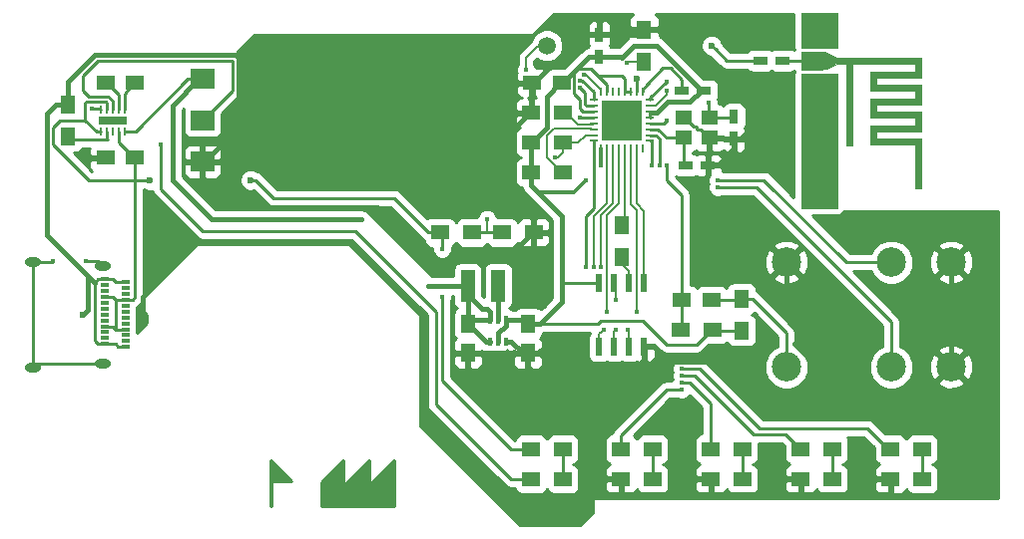
<source format=gbr>
G04 #@! TF.FileFunction,Copper,L1,Top,Signal*
%FSLAX46Y46*%
G04 Gerber Fmt 4.6, Leading zero omitted, Abs format (unit mm)*
G04 Created by KiCad (PCBNEW 4.0.7) date 03/27/18 03:46:25*
%MOMM*%
%LPD*%
G01*
G04 APERTURE LIST*
%ADD10C,0.100000*%
%ADD11C,0.010000*%
%ADD12C,1.000000*%
%ADD13R,2.000000X1.700000*%
%ADD14R,1.250000X1.500000*%
%ADD15R,1.500000X1.250000*%
%ADD16R,0.750000X1.200000*%
%ADD17R,1.200000X0.750000*%
%ADD18R,1.500000X1.300000*%
%ADD19O,1.400000X0.800000*%
%ADD20R,0.700000X0.300000*%
%ADD21C,2.500000*%
%ADD22R,1.200000X2.700000*%
%ADD23R,1.300000X1.500000*%
%ADD24R,0.250000X0.700000*%
%ADD25R,1.200000X0.640000*%
%ADD26R,0.600000X1.550000*%
%ADD27R,0.700000X0.250000*%
%ADD28R,1.725000X1.725000*%
%ADD29R,1.400000X1.200000*%
%ADD30R,0.400000X0.700000*%
%ADD31C,1.500000*%
%ADD32C,0.600000*%
%ADD33C,0.400000*%
%ADD34C,0.400000*%
%ADD35C,0.250000*%
%ADD36C,0.160000*%
%ADD37C,0.300000*%
%ADD38C,0.254000*%
G04 APERTURE END LIST*
D10*
D11*
G36*
X177800000Y-78901000D02*
X177800000Y-75937667D01*
X180848000Y-75937667D01*
X180848000Y-78901000D01*
X177800000Y-78901000D01*
X177800000Y-78901000D01*
G37*
X177800000Y-78901000D02*
X177800000Y-75937667D01*
X180848000Y-75937667D01*
X180848000Y-78901000D01*
X177800000Y-78901000D01*
G36*
X184150000Y-81441000D02*
X184150000Y-82033667D01*
X187960000Y-82033667D01*
X187960000Y-83727000D01*
X184150000Y-83727000D01*
X184150000Y-84319667D01*
X187960000Y-84319667D01*
X187960000Y-86013000D01*
X184150000Y-86013000D01*
X184150000Y-86605667D01*
X187960000Y-86605667D01*
X187960000Y-90839000D01*
X187452000Y-90839000D01*
X187452000Y-87113667D01*
X183642000Y-87113667D01*
X183642000Y-85505000D01*
X187452000Y-85505000D01*
X187452000Y-84827667D01*
X183642000Y-84827667D01*
X183642000Y-83219000D01*
X187452000Y-83219000D01*
X187452000Y-82541667D01*
X183642000Y-82541667D01*
X183642000Y-80933000D01*
X187452000Y-80933000D01*
X187452000Y-80255667D01*
X182118000Y-80255667D01*
X182118000Y-87198333D01*
X181610000Y-87198333D01*
X181610000Y-80255667D01*
X181226586Y-80255667D01*
X180784985Y-80327027D01*
X180340001Y-80509667D01*
X180114974Y-80618118D01*
X179921755Y-80690355D01*
X179716501Y-80733695D01*
X179455372Y-80755459D01*
X179094526Y-80762963D01*
X178818415Y-80763667D01*
X177800000Y-80763667D01*
X177800000Y-79239667D01*
X178776082Y-79239667D01*
X179207228Y-79242572D01*
X179514840Y-79256528D01*
X179744687Y-79289392D01*
X179942536Y-79349025D01*
X180154156Y-79443285D01*
X180255334Y-79493667D01*
X180758505Y-79747667D01*
X187960000Y-79747667D01*
X187960000Y-81441000D01*
X184150000Y-81441000D01*
X184150000Y-81441000D01*
G37*
X184150000Y-81441000D02*
X184150000Y-82033667D01*
X187960000Y-82033667D01*
X187960000Y-83727000D01*
X184150000Y-83727000D01*
X184150000Y-84319667D01*
X187960000Y-84319667D01*
X187960000Y-86013000D01*
X184150000Y-86013000D01*
X184150000Y-86605667D01*
X187960000Y-86605667D01*
X187960000Y-90839000D01*
X187452000Y-90839000D01*
X187452000Y-87113667D01*
X183642000Y-87113667D01*
X183642000Y-85505000D01*
X187452000Y-85505000D01*
X187452000Y-84827667D01*
X183642000Y-84827667D01*
X183642000Y-83219000D01*
X187452000Y-83219000D01*
X187452000Y-82541667D01*
X183642000Y-82541667D01*
X183642000Y-80933000D01*
X187452000Y-80933000D01*
X187452000Y-80255667D01*
X182118000Y-80255667D01*
X182118000Y-87198333D01*
X181610000Y-87198333D01*
X181610000Y-80255667D01*
X181226586Y-80255667D01*
X180784985Y-80327027D01*
X180340001Y-80509667D01*
X180114974Y-80618118D01*
X179921755Y-80690355D01*
X179716501Y-80733695D01*
X179455372Y-80755459D01*
X179094526Y-80762963D01*
X178818415Y-80763667D01*
X177800000Y-80763667D01*
X177800000Y-79239667D01*
X178776082Y-79239667D01*
X179207228Y-79242572D01*
X179514840Y-79256528D01*
X179744687Y-79289392D01*
X179942536Y-79349025D01*
X180154156Y-79443285D01*
X180255334Y-79493667D01*
X180758505Y-79747667D01*
X187960000Y-79747667D01*
X187960000Y-81441000D01*
X184150000Y-81441000D01*
G36*
X177800000Y-92532333D02*
X177800000Y-81102333D01*
X180848000Y-81102333D01*
X180848000Y-92532333D01*
X177800000Y-92532333D01*
X177800000Y-92532333D01*
G37*
X177800000Y-92532333D02*
X177800000Y-81102333D01*
X180848000Y-81102333D01*
X180848000Y-92532333D01*
X177800000Y-92532333D01*
D12*
X178355000Y-80010000D03*
X178355000Y-78235000D03*
D13*
X127000000Y-81590000D03*
X127000000Y-85090000D03*
X127000000Y-88590000D03*
D14*
X149523701Y-102353393D03*
X149523701Y-104853393D03*
D15*
X121265000Y-81915000D03*
X118765000Y-81915000D03*
D14*
X154603701Y-102373393D03*
X154603701Y-104873393D03*
D15*
X121265000Y-88265000D03*
X118765000Y-88265000D03*
D16*
X172085000Y-84775000D03*
X172085000Y-86675000D03*
D17*
X167960000Y-88900000D03*
X169860000Y-88900000D03*
D15*
X167660000Y-100330000D03*
X170160000Y-100330000D03*
D17*
X169540000Y-82550000D03*
X167640000Y-82550000D03*
X176210000Y-80010000D03*
X174310000Y-80010000D03*
D15*
X157460000Y-81915000D03*
X154960000Y-81915000D03*
D16*
X160655000Y-79690000D03*
X160655000Y-77790000D03*
D18*
X154860000Y-115570000D03*
X157560000Y-115570000D03*
X162480000Y-115570000D03*
X165180000Y-115570000D03*
X170100000Y-115570000D03*
X172800000Y-115570000D03*
X177720000Y-115570000D03*
X180420000Y-115570000D03*
X185340000Y-115570000D03*
X188040000Y-115570000D03*
D19*
X118535000Y-97470000D03*
D20*
X120445000Y-98850000D03*
X120445000Y-99350000D03*
X120445000Y-99850000D03*
X120445000Y-100350000D03*
X120445000Y-100850000D03*
X120445000Y-101350000D03*
X120445000Y-101850000D03*
X120445000Y-104350000D03*
X120445000Y-103350000D03*
X120445000Y-102850000D03*
X120445000Y-102350000D03*
X120445000Y-103850000D03*
X118745000Y-104100000D03*
D19*
X118535000Y-105730000D03*
X112585000Y-106090000D03*
X112585000Y-97110000D03*
D20*
X118745000Y-103600000D03*
X118745000Y-103100000D03*
X118745000Y-102600000D03*
X118745000Y-102100000D03*
X118745000Y-101600000D03*
X118745000Y-101100000D03*
X118745000Y-100600000D03*
X118745000Y-100100000D03*
X118745000Y-99600000D03*
X118745000Y-99100000D03*
X118745000Y-98600000D03*
D21*
X176530000Y-106045000D03*
X185420000Y-97155000D03*
X185420000Y-106045000D03*
X190500000Y-106045000D03*
X190500000Y-97155000D03*
D22*
X152093701Y-99158393D03*
X149493701Y-99158393D03*
D23*
X115570000Y-86440000D03*
X115570000Y-83740000D03*
D18*
X149860000Y-94615000D03*
X147160000Y-94615000D03*
X152400000Y-94615000D03*
X155100000Y-94615000D03*
X170260000Y-102870000D03*
X167560000Y-102870000D03*
D23*
X172720000Y-102950000D03*
X172720000Y-100250000D03*
X164465000Y-77390000D03*
X164465000Y-80090000D03*
X162560000Y-96680000D03*
X162560000Y-93980000D03*
D18*
X154860000Y-113030000D03*
X157560000Y-113030000D03*
X162480000Y-113030000D03*
X165180000Y-113030000D03*
X170100000Y-113030000D03*
X172800000Y-113030000D03*
X177720000Y-113030000D03*
X180420000Y-113030000D03*
X185340000Y-113030000D03*
X188040000Y-113030000D03*
X157560000Y-86995000D03*
X154860000Y-86995000D03*
X157560000Y-89535000D03*
X154860000Y-89535000D03*
X157560000Y-84455000D03*
X154860000Y-84455000D03*
D24*
X120380000Y-84192881D03*
X119880000Y-84192881D03*
X119380000Y-84192881D03*
X118880000Y-84192881D03*
X118380000Y-84192881D03*
X118380000Y-86042881D03*
X118880000Y-86042881D03*
X119380000Y-86042881D03*
X119880000Y-86042881D03*
X120380000Y-86042881D03*
D25*
X118780000Y-85117881D03*
X119980000Y-85117881D03*
D26*
X160655000Y-104300000D03*
X161925000Y-104300000D03*
X163195000Y-104300000D03*
X164465000Y-104300000D03*
X164465000Y-98900000D03*
X163195000Y-98900000D03*
X161925000Y-98900000D03*
X160655000Y-98900000D03*
D24*
X164310000Y-82690000D03*
X163810000Y-82690000D03*
X163310000Y-82690000D03*
X162810000Y-82690000D03*
X162310000Y-82690000D03*
X161810000Y-82690000D03*
X161310000Y-82690000D03*
X160810000Y-82690000D03*
D27*
X160160000Y-83340000D03*
X160160000Y-83840000D03*
X160160000Y-84340000D03*
X160160000Y-84840000D03*
X160160000Y-85340000D03*
X160160000Y-85840000D03*
X160160000Y-86340000D03*
X160160000Y-86840000D03*
D24*
X160810000Y-87490000D03*
X161310000Y-87490000D03*
X161810000Y-87490000D03*
X162310000Y-87490000D03*
X162810000Y-87490000D03*
X163310000Y-87490000D03*
X163810000Y-87490000D03*
X164310000Y-87490000D03*
D27*
X164960000Y-86840000D03*
X164960000Y-86340000D03*
X164960000Y-85840000D03*
X164960000Y-85340000D03*
X164960000Y-84840000D03*
X164960000Y-84340000D03*
X164960000Y-83840000D03*
X164960000Y-83340000D03*
D28*
X161697500Y-85952500D03*
X163422500Y-85952500D03*
X161697500Y-84227500D03*
X163422500Y-84227500D03*
D29*
X170010000Y-84875000D03*
X167810000Y-84875000D03*
X167810000Y-86575000D03*
X170010000Y-86575000D03*
D30*
X151413701Y-103918393D03*
X152063701Y-103918393D03*
X152713701Y-103918393D03*
X152713701Y-102018393D03*
X151413701Y-102018393D03*
X152063701Y-102018393D03*
D21*
X176530000Y-97155000D03*
D31*
X156210000Y-78740000D03*
D32*
X162052000Y-78739926D03*
X161697500Y-85952500D03*
X163422500Y-85952500D03*
X163422500Y-84227500D03*
X161697500Y-84227500D03*
X155956000Y-103632000D03*
X155956000Y-100838000D03*
X121920000Y-101600000D03*
X116840000Y-101600000D03*
D33*
X159512000Y-90170000D03*
X160782000Y-88900000D03*
X147320000Y-96012090D03*
D32*
X131064000Y-90170000D03*
D33*
X147320000Y-100076000D03*
D32*
X122555000Y-90170000D03*
D33*
X169926000Y-83566000D03*
X166370000Y-85090000D03*
X166370000Y-88900000D03*
X166370000Y-81788000D03*
D32*
X170180000Y-78740000D03*
X163830000Y-81534000D03*
D33*
X117602000Y-84074000D03*
X123444000Y-87122000D03*
X117094000Y-97028000D03*
X114300000Y-97028000D03*
X170688000Y-90170000D03*
X165769997Y-88900000D03*
X170688000Y-90770003D03*
X165100000Y-88900000D03*
X154432000Y-80772000D03*
X156863761Y-88259937D03*
X159371432Y-81201536D03*
X151130000Y-93472000D03*
X162985053Y-80199495D03*
X166370000Y-82550000D03*
X159004118Y-81695977D03*
X167640000Y-107972069D03*
X159004000Y-82295978D03*
X167640000Y-107372056D03*
X167640000Y-106772043D03*
X159004000Y-84836000D03*
X167640000Y-106171936D03*
X159512000Y-97536000D03*
X161290000Y-101346000D03*
X161036000Y-102870000D03*
X163830000Y-101346000D03*
X162052000Y-102870000D03*
X163068000Y-102870000D03*
X160782000Y-97536000D03*
X162052000Y-100330000D03*
X160181997Y-97536000D03*
D34*
X177193607Y-104041607D02*
X182880000Y-109728000D01*
D35*
X176210000Y-80010000D02*
X178355000Y-80010000D01*
D34*
X151413701Y-102018393D02*
X151413701Y-101375701D01*
X151413701Y-101375701D02*
X151130000Y-101092000D01*
X151130000Y-101092000D02*
X150677308Y-101092000D01*
X150677308Y-101092000D02*
X149493701Y-99908393D01*
X149493701Y-99908393D02*
X149493701Y-99158393D01*
X127000000Y-81590000D02*
X126690000Y-81590000D01*
X126690000Y-81590000D02*
X124460000Y-83820000D01*
X124460000Y-83820000D02*
X124460000Y-90170000D01*
X124460000Y-90170000D02*
X127762000Y-93472000D01*
X127762000Y-93472000D02*
X140462000Y-93472000D01*
X146148393Y-99158393D02*
X149493701Y-99158393D01*
X149493701Y-99158393D02*
X149493701Y-102323393D01*
X149493701Y-102323393D02*
X149523701Y-102353393D01*
X127000000Y-81590000D02*
X126850000Y-81590000D01*
X151413701Y-103918393D02*
X151088701Y-103918393D01*
X151088701Y-103918393D02*
X149523701Y-102353393D01*
X151413701Y-102018393D02*
X149858701Y-102018393D01*
X149858701Y-102018393D02*
X149523701Y-102353393D01*
D35*
X127000000Y-81590000D02*
X125750000Y-81590000D01*
X125750000Y-81590000D02*
X121297119Y-86042881D01*
X121297119Y-86042881D02*
X120755000Y-86042881D01*
X120755000Y-86042881D02*
X120380000Y-86042881D01*
X119380000Y-84192881D02*
X119380000Y-83456471D01*
X119380000Y-83456471D02*
X118991399Y-83067870D01*
X118991399Y-83067870D02*
X117357870Y-83067870D01*
X117357870Y-83067870D02*
X116840000Y-82550000D01*
X116840000Y-82550000D02*
X116840000Y-81280000D01*
X116840000Y-81280000D02*
X118110000Y-80010000D01*
X118110000Y-80010000D02*
X129540000Y-80010000D01*
X129540000Y-80010000D02*
X129540000Y-82550000D01*
X129540000Y-82550000D02*
X127000000Y-85090000D01*
D34*
X162052000Y-77790000D02*
X162052000Y-78739926D01*
X128839999Y-89029999D02*
X128839999Y-90506001D01*
X128839999Y-90506001D02*
X130789998Y-92456000D01*
X141859996Y-92456000D02*
X146523997Y-97120001D01*
X130789998Y-92456000D02*
X141859996Y-92456000D01*
X155000000Y-94615000D02*
X155100000Y-94615000D01*
X148716002Y-96520000D02*
X153095000Y-96520000D01*
X148116001Y-97120001D02*
X148716002Y-96520000D01*
X128016000Y-88590000D02*
X128400000Y-88590000D01*
X153095000Y-96520000D02*
X155000000Y-94615000D01*
X128400000Y-88590000D02*
X128839999Y-89029999D01*
X146523997Y-97120001D02*
X148116001Y-97120001D01*
X160655000Y-77790000D02*
X162052000Y-77790000D01*
X162052000Y-77790000D02*
X162560000Y-77790000D01*
X163422500Y-84227500D02*
X163422500Y-85952500D01*
X161697500Y-84227500D02*
X161697500Y-85952500D01*
X161697500Y-84227500D02*
X163422500Y-85952500D01*
X163422500Y-84227500D02*
X161697500Y-85952500D01*
X162560000Y-77790000D02*
X164065000Y-77790000D01*
X160655000Y-77790000D02*
X159210000Y-77790000D01*
X127000000Y-88590000D02*
X128016000Y-88590000D01*
D36*
X127000000Y-88590000D02*
X127150000Y-88590000D01*
X127150000Y-88590000D02*
X128016000Y-88590000D01*
D34*
X176530000Y-97155000D02*
X176530000Y-99314000D01*
X176530000Y-99314000D02*
X180848000Y-103632000D01*
X180848000Y-103632000D02*
X180848000Y-110236000D01*
X174752000Y-110236000D02*
X180848000Y-110236000D01*
X180848000Y-110236000D02*
X186309000Y-110236000D01*
X190500000Y-106045000D02*
X190500000Y-97155000D01*
X160020000Y-111439692D02*
X165887757Y-105571935D01*
X186309000Y-110236000D02*
X189250001Y-107294999D01*
X165887757Y-105571935D02*
X170087935Y-105571935D01*
X170087935Y-105571935D02*
X174752000Y-110236000D01*
X189250001Y-107294999D02*
X190500000Y-106045000D01*
X121920000Y-101600000D02*
X121920000Y-100076000D01*
X121920000Y-100076000D02*
X126492000Y-95504000D01*
X159004000Y-119380000D02*
X160020000Y-118364000D01*
X126492000Y-95504000D02*
X139446000Y-95504000D01*
X160020000Y-118364000D02*
X160020000Y-116840000D01*
X139446000Y-95504000D02*
X145542000Y-101600000D01*
X145542000Y-101600000D02*
X145542000Y-110998000D01*
X145542000Y-110998000D02*
X153924000Y-119380000D01*
X153924000Y-119380000D02*
X159004000Y-119380000D01*
D37*
X162560000Y-116840000D02*
X160020000Y-116840000D01*
X162480000Y-115570000D02*
X162480000Y-116760000D01*
X162480000Y-116760000D02*
X162560000Y-116840000D01*
X162560000Y-116840000D02*
X162800000Y-116840000D01*
D34*
X160020000Y-116840000D02*
X160020000Y-111439692D01*
D35*
X164465000Y-104300000D02*
X164465000Y-105325000D01*
X155478701Y-104873393D02*
X154603701Y-104873393D01*
X164465000Y-105325000D02*
X163916607Y-105873393D01*
X156478701Y-105873393D02*
X155478701Y-104873393D01*
X163916607Y-105873393D02*
X156478701Y-105873393D01*
D34*
X155956000Y-103632000D02*
X155956000Y-104394000D01*
X155956000Y-104394000D02*
X155476607Y-104873393D01*
X155476607Y-104873393D02*
X154603701Y-104873393D01*
X155100000Y-94615000D02*
X155100000Y-99982000D01*
X155100000Y-99982000D02*
X155956000Y-100838000D01*
X154603701Y-104873393D02*
X154149393Y-104873393D01*
X154149393Y-104873393D02*
X153194393Y-103918393D01*
X153194393Y-103918393D02*
X152713701Y-103918393D01*
X160020000Y-111439692D02*
X154603701Y-106023393D01*
X154603701Y-106023393D02*
X154603701Y-104873393D01*
X117265000Y-98298000D02*
X113774990Y-94807990D01*
X117856000Y-98889000D02*
X117265000Y-98298000D01*
X117265000Y-98298000D02*
X117265000Y-101175000D01*
X117265000Y-101175000D02*
X116840000Y-101600000D01*
X164465000Y-77390000D02*
X167052000Y-77390000D01*
X167052000Y-77390000D02*
X173482000Y-83820000D01*
X173482000Y-83820000D02*
X173482000Y-85852000D01*
X173482000Y-85852000D02*
X172659000Y-86675000D01*
X172659000Y-86675000D02*
X172085000Y-86675000D01*
X172085000Y-86675000D02*
X172085000Y-87503000D01*
X172085000Y-87503000D02*
X170688000Y-88900000D01*
X170688000Y-88900000D02*
X169860000Y-88900000D01*
D37*
X170100000Y-115570000D02*
X170100000Y-116760000D01*
X170180000Y-116840000D02*
X169926000Y-116840000D01*
X170100000Y-116760000D02*
X170180000Y-116840000D01*
X177720000Y-115570000D02*
X177720000Y-116760000D01*
X177720000Y-116760000D02*
X177800000Y-116840000D01*
X177800000Y-116840000D02*
X177292000Y-116840000D01*
X169926000Y-116840000D02*
X177292000Y-116840000D01*
X177292000Y-116840000D02*
X185166000Y-116840000D01*
X162800000Y-116840000D02*
X169926000Y-116840000D01*
X185340000Y-116666000D02*
X185340000Y-115570000D01*
X185166000Y-116840000D02*
X185340000Y-116666000D01*
D34*
X153162000Y-91627000D02*
X153162000Y-88646000D01*
X153162000Y-88646000D02*
X153162000Y-86053000D01*
X127000000Y-88590000D02*
X153106000Y-88590000D01*
X153106000Y-88590000D02*
X153162000Y-88646000D01*
X154835000Y-81915000D02*
X154960000Y-81915000D01*
X154960000Y-81915000D02*
X154960000Y-82940000D01*
X113774990Y-94807990D02*
X113774990Y-84485010D01*
X114520000Y-83740000D02*
X115570000Y-83740000D01*
X113774990Y-84485010D02*
X114520000Y-83740000D01*
D35*
X117856000Y-98889000D02*
X117856000Y-103811000D01*
X117856000Y-103811000D02*
X118145000Y-104100000D01*
X118145000Y-104100000D02*
X118745000Y-104100000D01*
X118745000Y-98600000D02*
X118145000Y-98600000D01*
X118145000Y-98600000D02*
X117856000Y-98889000D01*
D34*
X115570000Y-82590000D02*
X115570000Y-83740000D01*
X127150000Y-88590000D02*
X130065010Y-85674990D01*
X130065010Y-85674990D02*
X130065010Y-79792534D01*
X115570000Y-81807524D02*
X115570000Y-82590000D01*
X130065010Y-79792534D02*
X129757466Y-79484990D01*
X129757466Y-79484990D02*
X117892533Y-79484991D01*
X117892533Y-79484991D02*
X115570000Y-81807524D01*
X164065000Y-77790000D02*
X164465000Y-77390000D01*
X154960000Y-81915000D02*
X155085000Y-81915000D01*
X155085000Y-81915000D02*
X159210000Y-77790000D01*
X154860000Y-84455000D02*
X154860000Y-82015000D01*
X154860000Y-82015000D02*
X154960000Y-81915000D01*
X153162000Y-86053000D02*
X154760000Y-84455000D01*
X154760000Y-84455000D02*
X154860000Y-84455000D01*
X155100000Y-94615000D02*
X155100000Y-93565000D01*
X155100000Y-93565000D02*
X153162000Y-91627000D01*
X149523701Y-104853393D02*
X154583701Y-104853393D01*
X154583701Y-104853393D02*
X154603701Y-104873393D01*
D35*
X167810000Y-84875000D02*
X167933000Y-84875000D01*
X167933000Y-84875000D02*
X168656000Y-85598000D01*
X168656000Y-85598000D02*
X168910000Y-85598000D01*
X168910000Y-85598000D02*
X168910000Y-85852000D01*
X168910000Y-85852000D02*
X169287000Y-85852000D01*
X169287000Y-85852000D02*
X170010000Y-86575000D01*
X169541000Y-86106000D02*
X170010000Y-86575000D01*
X170010000Y-86575000D02*
X171985000Y-86575000D01*
X171985000Y-86575000D02*
X172085000Y-86675000D01*
X169860000Y-88900000D02*
X169860000Y-86725000D01*
X169860000Y-86725000D02*
X170010000Y-86575000D01*
X119834999Y-104325001D02*
X119834999Y-104339999D01*
X119834999Y-104339999D02*
X119845000Y-104350000D01*
X119845000Y-104350000D02*
X120445000Y-104350000D01*
X118745000Y-104100000D02*
X119609998Y-104100000D01*
X119609998Y-104100000D02*
X119834999Y-104325001D01*
X118745000Y-98600000D02*
X119345000Y-98600000D01*
X119345000Y-98600000D02*
X119595000Y-98850000D01*
X119595000Y-98850000D02*
X119845000Y-98850000D01*
X119845000Y-98850000D02*
X120445000Y-98850000D01*
X120380000Y-84192881D02*
X120380000Y-82800000D01*
X120380000Y-82800000D02*
X121265000Y-81915000D01*
X119880000Y-84192881D02*
X119880000Y-82905000D01*
X119880000Y-82905000D02*
X118890000Y-81915000D01*
X118890000Y-81915000D02*
X118765000Y-81915000D01*
X155628701Y-102373393D02*
X160516607Y-102373393D01*
X160516607Y-102373393D02*
X160782000Y-102108000D01*
X160782000Y-102108000D02*
X164338000Y-102108000D01*
X166370000Y-104140000D02*
X168890000Y-104140000D01*
X164338000Y-102108000D02*
X166370000Y-104140000D01*
X168890000Y-104140000D02*
X170160000Y-102870000D01*
X170160000Y-102870000D02*
X170260000Y-102870000D01*
D34*
X160655000Y-79690000D02*
X162494000Y-79690000D01*
X162494000Y-79690000D02*
X162560000Y-79756000D01*
X162560000Y-79756000D02*
X163576000Y-78740000D01*
X163576000Y-78740000D02*
X165505000Y-78740000D01*
X165505000Y-78740000D02*
X169315000Y-82550000D01*
X169315000Y-82550000D02*
X169540000Y-82550000D01*
D35*
X172720000Y-102950000D02*
X170340000Y-102950000D01*
X170340000Y-102950000D02*
X170260000Y-102870000D01*
X158478999Y-82786999D02*
X159004000Y-83312000D01*
X159004000Y-83312000D02*
X159004000Y-84074000D01*
X158750000Y-80750000D02*
X158478999Y-81021001D01*
X158478999Y-81021001D02*
X158478999Y-82786999D01*
X159004000Y-84074000D02*
X159270000Y-84340000D01*
X159270000Y-84340000D02*
X159560000Y-84340000D01*
X159560000Y-84340000D02*
X160160000Y-84340000D01*
X159896534Y-80676534D02*
X160500000Y-81280000D01*
X158750000Y-80750000D02*
X158823466Y-80676534D01*
X158823466Y-80676534D02*
X159896534Y-80676534D01*
D34*
X156210000Y-91935000D02*
X155448000Y-91173000D01*
X155448000Y-91173000D02*
X154860000Y-90585000D01*
D37*
X159512000Y-90170000D02*
X158496000Y-91186000D01*
X158496000Y-91186000D02*
X155461000Y-91186000D01*
X155461000Y-91186000D02*
X155448000Y-91173000D01*
X160810000Y-87490000D02*
X160810000Y-88872000D01*
X160810000Y-88872000D02*
X160782000Y-88900000D01*
X157480000Y-81935000D02*
X157460000Y-81915000D01*
D35*
X164960000Y-84340000D02*
X164960000Y-84840000D01*
D34*
X165540002Y-84455000D02*
X165100000Y-84455000D01*
X169315000Y-82550000D02*
X168339676Y-83525324D01*
X168339676Y-83525324D02*
X166469678Y-83525324D01*
X166469678Y-83525324D02*
X165540002Y-84455000D01*
D35*
X172370000Y-102870000D02*
X172450000Y-102950000D01*
D34*
X157480000Y-99060000D02*
X157480000Y-93205000D01*
D35*
X157480000Y-99060000D02*
X157640000Y-98900000D01*
D34*
X157480000Y-100522094D02*
X157480000Y-99060000D01*
D35*
X157640000Y-98900000D02*
X160655000Y-98900000D01*
D34*
X157480000Y-93205000D02*
X156210000Y-91935000D01*
D35*
X165009999Y-84889999D02*
X164960000Y-84840000D01*
X162810000Y-82690000D02*
X163310000Y-82690000D01*
X162560000Y-81280000D02*
X162810000Y-81530000D01*
X162810000Y-81530000D02*
X162810000Y-82690000D01*
X160500000Y-81280000D02*
X161310000Y-82090000D01*
X160500000Y-81280000D02*
X162560000Y-81280000D01*
X161310000Y-82090000D02*
X161310000Y-82690000D01*
D34*
X158750000Y-80750000D02*
X159810000Y-79690000D01*
X157585000Y-81915000D02*
X158750000Y-80750000D01*
X157460000Y-81915000D02*
X157585000Y-81915000D01*
X159810000Y-79690000D02*
X159880000Y-79690000D01*
X159880000Y-79690000D02*
X160655000Y-79690000D01*
X156210000Y-85745000D02*
X156210000Y-83040000D01*
X156210000Y-83040000D02*
X157335000Y-81915000D01*
X157335000Y-81915000D02*
X157460000Y-81915000D01*
X154860000Y-86995000D02*
X154960000Y-86995000D01*
X154960000Y-86995000D02*
X156210000Y-85745000D01*
X154860000Y-89535000D02*
X154860000Y-86995000D01*
X154860000Y-90585000D02*
X154860000Y-89535000D01*
X154603701Y-102373393D02*
X155628701Y-102373393D01*
X155628701Y-102373393D02*
X157480000Y-100522094D01*
X152063701Y-103918393D02*
X152063701Y-103168393D01*
X152063701Y-103168393D02*
X152713701Y-102518393D01*
X152713701Y-102518393D02*
X152713701Y-102018393D01*
X152713701Y-102018393D02*
X154248701Y-102018393D01*
X154248701Y-102018393D02*
X154603701Y-102373393D01*
D35*
X147160000Y-94615000D02*
X146160000Y-94615000D01*
X146160000Y-94615000D02*
X143239000Y-91694000D01*
X143239000Y-91694000D02*
X133012264Y-91694000D01*
X133012264Y-91694000D02*
X131488264Y-90170000D01*
X131488264Y-90170000D02*
X131064000Y-90170000D01*
X147160000Y-94615000D02*
X147160000Y-94836000D01*
X147160000Y-94836000D02*
X147320000Y-94996000D01*
X147320000Y-94996000D02*
X147320000Y-96012090D01*
X147320000Y-100358842D02*
X147320000Y-100076000D01*
X153162000Y-113030000D02*
X147320000Y-107188000D01*
X147320000Y-107188000D02*
X147320000Y-100358842D01*
X154860000Y-113030000D02*
X153162000Y-113030000D01*
X122555000Y-90170000D02*
X121265000Y-90170000D01*
X117052119Y-85090000D02*
X117052119Y-83607881D01*
X117052119Y-83607881D02*
X117142120Y-83517880D01*
X121265000Y-90170000D02*
X121265000Y-89140000D01*
X118380000Y-86042881D02*
X118005000Y-86042881D01*
X114300000Y-85724998D02*
X114300000Y-87155002D01*
X117314998Y-90170000D02*
X121265000Y-90170000D01*
X117052119Y-85090000D02*
X114934998Y-85090000D01*
X114934998Y-85090000D02*
X114300000Y-85724998D01*
X114300000Y-87155002D02*
X117314998Y-90170000D01*
X118880000Y-84192881D02*
X118880000Y-83592881D01*
X121140000Y-88265000D02*
X121265000Y-88265000D01*
X121045000Y-100350000D02*
X121265000Y-100130000D01*
X119595000Y-102850000D02*
X119595000Y-100545000D01*
X118880000Y-83592881D02*
X118804999Y-83517880D01*
X118005000Y-86042881D02*
X117052119Y-85090000D01*
X118745000Y-102600000D02*
X119345000Y-102600000D01*
X119880000Y-87005000D02*
X121140000Y-88265000D01*
X121265000Y-89140000D02*
X121265000Y-88265000D01*
X119595000Y-102850000D02*
X119845000Y-102850000D01*
X119845000Y-102850000D02*
X120445000Y-102850000D01*
X121045000Y-100350000D02*
X120445000Y-100350000D01*
X119880000Y-86042881D02*
X119880000Y-87005000D01*
X118745000Y-100100000D02*
X119345000Y-100100000D01*
X119345000Y-100100000D02*
X119595000Y-100350000D01*
X119345000Y-102600000D02*
X119595000Y-102850000D01*
X119595000Y-100545000D02*
X119595000Y-100350000D01*
X119595000Y-100350000D02*
X119845000Y-100350000D01*
X118804999Y-83517880D02*
X117142120Y-83517880D01*
X121265000Y-100130000D02*
X121265000Y-90170000D01*
X119845000Y-100350000D02*
X120445000Y-100350000D01*
X166370000Y-85090000D02*
X166119992Y-85340008D01*
X166119992Y-85340008D02*
X165196400Y-85340008D01*
X165196400Y-85340008D02*
X164960000Y-85340008D01*
X169926000Y-83566000D02*
X169926000Y-84791000D01*
X169926000Y-84791000D02*
X170010000Y-84875000D01*
X170010000Y-84875000D02*
X171985000Y-84875000D01*
X171985000Y-84875000D02*
X172085000Y-84775000D01*
X165596000Y-85840000D02*
X166331000Y-86575000D01*
X166331000Y-86575000D02*
X167810000Y-86575000D01*
X164960000Y-85840000D02*
X165596000Y-85840000D01*
X167810000Y-86575000D02*
X167810000Y-88750000D01*
X167810000Y-88750000D02*
X167960000Y-88900000D01*
X167660000Y-100330000D02*
X167660000Y-102770000D01*
X167660000Y-102770000D02*
X167560000Y-102870000D01*
X166370000Y-88900000D02*
X166370000Y-90170000D01*
X166370000Y-90170000D02*
X167660000Y-91460000D01*
X167660000Y-91460000D02*
X167660000Y-100330000D01*
X164960000Y-83340000D02*
X164960000Y-83198000D01*
X164960000Y-83198000D02*
X166370000Y-81788000D01*
X172720000Y-100250000D02*
X173620000Y-100250000D01*
X173620000Y-100250000D02*
X176530000Y-103160000D01*
X176530000Y-103160000D02*
X176530000Y-104277234D01*
X176530000Y-104277234D02*
X176530000Y-106045000D01*
X170160000Y-100330000D02*
X172640000Y-100330000D01*
X172640000Y-100330000D02*
X172720000Y-100250000D01*
X172370000Y-100330000D02*
X172450000Y-100250000D01*
X167640000Y-82550000D02*
X167640000Y-81624998D01*
X164685000Y-82090000D02*
X164310000Y-82465000D01*
X167640000Y-81624998D02*
X166670001Y-80654999D01*
X166670001Y-80654999D02*
X166069999Y-80654999D01*
X166069999Y-80654999D02*
X164685000Y-82039998D01*
X164685000Y-82039998D02*
X164685000Y-82090000D01*
X164310000Y-82465000D02*
X164310000Y-82690000D01*
X170479999Y-79039999D02*
X170180000Y-78740000D01*
X171450000Y-80010000D02*
X170479999Y-79039999D01*
X174310000Y-80010000D02*
X171450000Y-80010000D01*
X163810000Y-82690000D02*
X163810000Y-81554000D01*
X163810000Y-81554000D02*
X163830000Y-81534000D01*
X163830000Y-82670000D02*
X163810000Y-82690000D01*
X154860000Y-115570000D02*
X153162000Y-115570000D01*
X153162000Y-115570000D02*
X146794999Y-109202999D01*
X146794999Y-109202999D02*
X146794999Y-101328999D01*
X123444000Y-90932000D02*
X123444000Y-87122000D01*
X146794999Y-101328999D02*
X139954000Y-94488000D01*
X139954000Y-94488000D02*
X127000000Y-94488000D01*
X127000000Y-94488000D02*
X123444000Y-90932000D01*
X117602000Y-84074000D02*
X118261119Y-84074000D01*
X118261119Y-84074000D02*
X118380000Y-84192881D01*
X157560000Y-113030000D02*
X157560000Y-113930000D01*
X157560000Y-113930000D02*
X157560000Y-115570000D01*
X165180000Y-113030000D02*
X165180000Y-113930000D01*
X165180000Y-113930000D02*
X165180000Y-115570000D01*
X172800000Y-113030000D02*
X172800000Y-113930000D01*
X172800000Y-113930000D02*
X172800000Y-115570000D01*
X180420000Y-113030000D02*
X180420000Y-113930000D01*
X180420000Y-113930000D02*
X180420000Y-115570000D01*
X188040000Y-113030000D02*
X188040000Y-113930000D01*
X188040000Y-113930000D02*
X188040000Y-115570000D01*
X117094000Y-97028000D02*
X118093000Y-97028000D01*
X118093000Y-97028000D02*
X118535000Y-97470000D01*
X112585000Y-97110000D02*
X114218000Y-97110000D01*
X114218000Y-97110000D02*
X114300000Y-97028000D01*
X112585000Y-106090000D02*
X112585000Y-105440000D01*
X112585000Y-105440000D02*
X112585000Y-97110000D01*
X118535000Y-105730000D02*
X112945000Y-105730000D01*
X112945000Y-105730000D02*
X112585000Y-106090000D01*
X170688000Y-90170000D02*
X174625000Y-90170000D01*
X174625000Y-90170000D02*
X181610000Y-97155000D01*
X181610000Y-97155000D02*
X185420000Y-97155000D01*
X164960000Y-86340000D02*
X165459590Y-86340000D01*
X165459590Y-86340000D02*
X165769997Y-86650407D01*
X165769997Y-86650407D02*
X165769997Y-88900000D01*
X170688000Y-90770003D02*
X173955003Y-90770003D01*
X173955003Y-90770003D02*
X185420000Y-102235000D01*
X185420000Y-102235000D02*
X185420000Y-104277234D01*
X185420000Y-104277234D02*
X185420000Y-106045000D01*
X164960000Y-86840000D02*
X165072000Y-86840000D01*
X165072000Y-86840000D02*
X165100000Y-86868000D01*
X165100000Y-86868000D02*
X165100000Y-88900000D01*
D36*
X156210000Y-78740000D02*
X155448000Y-78740000D01*
X155448000Y-78740000D02*
X154432000Y-79756000D01*
X154432000Y-79756000D02*
X154432000Y-80772000D01*
X157560000Y-86995000D02*
X158877000Y-86995000D01*
X158877000Y-86995000D02*
X159532000Y-86340000D01*
X159532000Y-86340000D02*
X160160000Y-86340000D01*
X157560000Y-86995000D02*
X157560000Y-87804000D01*
X157560000Y-87804000D02*
X157104063Y-88259937D01*
X157104063Y-88259937D02*
X156863761Y-88259937D01*
D34*
X152063701Y-102018393D02*
X152063701Y-99188393D01*
X152063701Y-99188393D02*
X152093701Y-99158393D01*
D35*
X115570000Y-86440000D02*
X115570000Y-86540000D01*
X115570000Y-86540000D02*
X115747882Y-86717882D01*
X115747882Y-86717882D02*
X118955001Y-86717882D01*
X118955001Y-86717882D02*
X118880000Y-86642881D01*
X118880000Y-86642881D02*
X118880000Y-86042881D01*
D36*
X160810000Y-82465000D02*
X159546536Y-81201536D01*
X159546536Y-81201536D02*
X159371432Y-81201536D01*
X160810000Y-82690000D02*
X160810000Y-82465000D01*
X151130000Y-93472000D02*
X151130000Y-94615000D01*
D35*
X150860000Y-94615000D02*
X151130000Y-94615000D01*
X151130000Y-94615000D02*
X152400000Y-94615000D01*
X149860000Y-94615000D02*
X150860000Y-94615000D01*
D36*
X164465000Y-80090000D02*
X163094548Y-80090000D01*
X163094548Y-80090000D02*
X162985053Y-80199495D01*
X164960000Y-83840000D02*
X165470000Y-83840000D01*
X165470000Y-83840000D02*
X166370000Y-82940000D01*
X166370000Y-82940000D02*
X166370000Y-82550000D01*
X162560000Y-96680000D02*
X162560000Y-97282000D01*
X162560000Y-97282000D02*
X163195000Y-97917000D01*
X163195000Y-97917000D02*
X163195000Y-98900000D01*
X162810000Y-93218000D02*
X162810000Y-93570000D01*
X162810000Y-87490000D02*
X162810000Y-93218000D01*
X162810000Y-93218000D02*
X162810000Y-93730000D01*
X162810000Y-93730000D02*
X162560000Y-93980000D01*
D35*
X160160000Y-82661058D02*
X159194919Y-81695977D01*
X159194919Y-81695977D02*
X159004118Y-81695977D01*
X160160000Y-83340000D02*
X160160000Y-82661058D01*
X162480000Y-113030000D02*
X162480000Y-111840000D01*
X162480000Y-111840000D02*
X166347931Y-107972069D01*
X166347931Y-107972069D02*
X167640000Y-107972069D01*
X159454011Y-82745989D02*
X159203999Y-82495977D01*
X159454011Y-83734011D02*
X159454011Y-82745989D01*
X159203999Y-82495977D02*
X159004000Y-82295978D01*
X160160000Y-83840000D02*
X159560000Y-83840000D01*
X159560000Y-83840000D02*
X159454011Y-83734011D01*
X170100000Y-113030000D02*
X170100000Y-109140000D01*
X170100000Y-109140000D02*
X168332056Y-107372056D01*
X168332056Y-107372056D02*
X167640000Y-107372056D01*
X167640000Y-106772043D02*
X168748043Y-106772043D01*
X168748043Y-106772043D02*
X173736000Y-111760000D01*
X173736000Y-111760000D02*
X176450000Y-111760000D01*
X176450000Y-111760000D02*
X177720000Y-113030000D01*
X160160000Y-84840000D02*
X159008000Y-84840000D01*
X159008000Y-84840000D02*
X159004000Y-84836000D01*
X167640000Y-106171936D02*
X169163936Y-106171936D01*
X169163936Y-106171936D02*
X174244000Y-111252000D01*
X174244000Y-111252000D02*
X183388000Y-111252000D01*
X183388000Y-111252000D02*
X185166000Y-113030000D01*
X185166000Y-113030000D02*
X185340000Y-113030000D01*
X160160000Y-86840000D02*
X160160000Y-92570000D01*
X160160000Y-92570000D02*
X159512000Y-93218000D01*
X159512000Y-93218000D02*
X159512000Y-97536000D01*
D36*
X156845000Y-85788836D02*
X159956164Y-85788836D01*
X159956164Y-85788836D02*
X160007328Y-85840000D01*
X160007328Y-85840000D02*
X160160000Y-85840000D01*
X156210000Y-86423836D02*
X156845000Y-85788836D01*
X157460000Y-89535000D02*
X156210000Y-88285000D01*
X156210000Y-88285000D02*
X156210000Y-86423836D01*
X160160000Y-85340000D02*
X160071174Y-85428826D01*
X160071174Y-85428826D02*
X158834826Y-85428826D01*
X158834826Y-85428826D02*
X157861000Y-84455000D01*
X157861000Y-84455000D02*
X157560000Y-84455000D01*
X161290000Y-101063158D02*
X161290000Y-101346000D01*
X161290000Y-93185998D02*
X161290000Y-101063158D01*
X162310000Y-92165998D02*
X161290000Y-93185998D01*
X162310000Y-87490000D02*
X162310000Y-92165998D01*
X160836001Y-103069999D02*
X161036000Y-102870000D01*
X160655000Y-103251000D02*
X160836001Y-103069999D01*
X160655000Y-104300000D02*
X160655000Y-103251000D01*
X163830000Y-101063158D02*
X163830000Y-101346000D01*
X163310000Y-87490000D02*
X163310000Y-92190000D01*
X163830000Y-92710000D02*
X163830000Y-101063158D01*
X163830000Y-97536000D02*
X163830000Y-101346000D01*
X163310000Y-92190000D02*
X163830000Y-92710000D01*
X161925000Y-104300000D02*
X161925000Y-102997000D01*
X161925000Y-102997000D02*
X162052000Y-102870000D01*
X163195000Y-102997000D02*
X163068000Y-102870000D01*
X163195000Y-104300000D02*
X163195000Y-102997000D01*
X161810000Y-87490000D02*
X161810000Y-92156868D01*
X161810000Y-92156868D02*
X160782000Y-93184868D01*
X160782000Y-93184868D02*
X160782000Y-97536000D01*
X163810000Y-87490000D02*
X163810000Y-92180870D01*
X163810000Y-92180870D02*
X164465000Y-92835870D01*
X164465000Y-92835870D02*
X164465000Y-98900000D01*
X162052000Y-100330000D02*
X162052000Y-99027000D01*
X162052000Y-99027000D02*
X161925000Y-98900000D01*
X161310000Y-87490000D02*
X161310000Y-92147738D01*
X161310000Y-92147738D02*
X160181997Y-93275741D01*
X160181997Y-93275741D02*
X160181997Y-97536000D01*
D38*
G36*
X163455301Y-76101673D02*
X163276673Y-76280302D01*
X163180000Y-76513691D01*
X163180000Y-77104250D01*
X163338750Y-77263000D01*
X164338000Y-77263000D01*
X164338000Y-77243000D01*
X164592000Y-77243000D01*
X164592000Y-77263000D01*
X165591250Y-77263000D01*
X165750000Y-77104250D01*
X165750000Y-76513691D01*
X165653327Y-76280302D01*
X165474699Y-76101673D01*
X165405476Y-76073000D01*
X177160000Y-76073000D01*
X177160000Y-78901000D01*
X177193683Y-79070333D01*
X177183476Y-79121645D01*
X177061890Y-79038569D01*
X176810000Y-78987560D01*
X175610000Y-78987560D01*
X175374683Y-79031838D01*
X175260022Y-79105620D01*
X175161890Y-79038569D01*
X174910000Y-78987560D01*
X173710000Y-78987560D01*
X173474683Y-79031838D01*
X173258559Y-79170910D01*
X173204519Y-79250000D01*
X171764802Y-79250000D01*
X171115122Y-78600320D01*
X171115162Y-78554833D01*
X170973117Y-78211057D01*
X170710327Y-77947808D01*
X170366799Y-77805162D01*
X169994833Y-77804838D01*
X169651057Y-77946883D01*
X169387808Y-78209673D01*
X169245162Y-78553201D01*
X169244838Y-78925167D01*
X169386883Y-79268943D01*
X169649673Y-79532192D01*
X169993201Y-79674838D01*
X170040077Y-79674879D01*
X170912599Y-80547401D01*
X171159161Y-80712148D01*
X171450000Y-80770000D01*
X173203156Y-80770000D01*
X173245910Y-80836441D01*
X173458110Y-80981431D01*
X173710000Y-81032440D01*
X174910000Y-81032440D01*
X175145317Y-80988162D01*
X175259978Y-80914380D01*
X175358110Y-80981431D01*
X175610000Y-81032440D01*
X176810000Y-81032440D01*
X177045317Y-80988162D01*
X177186574Y-80897265D01*
X177193682Y-80933000D01*
X177160000Y-81102333D01*
X177160000Y-91630198D01*
X175162401Y-89632599D01*
X174915839Y-89467852D01*
X174625000Y-89410000D01*
X171091400Y-89410000D01*
X171095000Y-89401310D01*
X171095000Y-89185750D01*
X170936250Y-89027000D01*
X169987000Y-89027000D01*
X169987000Y-89689938D01*
X169980534Y-89696393D01*
X169853145Y-90003179D01*
X169852855Y-90335363D01*
X169908466Y-90469954D01*
X169853145Y-90603182D01*
X169852855Y-90935366D01*
X169979708Y-91242375D01*
X170214393Y-91477469D01*
X170521179Y-91604858D01*
X170853363Y-91605148D01*
X171035229Y-91530003D01*
X173640201Y-91530003D01*
X184660000Y-102549802D01*
X184660000Y-104319453D01*
X184353628Y-104446043D01*
X183822907Y-104975839D01*
X183535328Y-105668405D01*
X183534674Y-106418305D01*
X183821043Y-107111372D01*
X184350839Y-107642093D01*
X185043405Y-107929672D01*
X185793305Y-107930326D01*
X186486372Y-107643957D01*
X186752472Y-107378320D01*
X189346285Y-107378320D01*
X189475533Y-107671123D01*
X190175806Y-107939388D01*
X190925435Y-107919250D01*
X191524467Y-107671123D01*
X191653715Y-107378320D01*
X190500000Y-106224605D01*
X189346285Y-107378320D01*
X186752472Y-107378320D01*
X187017093Y-107114161D01*
X187304672Y-106421595D01*
X187305283Y-105720806D01*
X188605612Y-105720806D01*
X188625750Y-106470435D01*
X188873877Y-107069467D01*
X189166680Y-107198715D01*
X190320395Y-106045000D01*
X190679605Y-106045000D01*
X191833320Y-107198715D01*
X192126123Y-107069467D01*
X192394388Y-106369194D01*
X192374250Y-105619565D01*
X192126123Y-105020533D01*
X191833320Y-104891285D01*
X190679605Y-106045000D01*
X190320395Y-106045000D01*
X189166680Y-104891285D01*
X188873877Y-105020533D01*
X188605612Y-105720806D01*
X187305283Y-105720806D01*
X187305326Y-105671695D01*
X187018957Y-104978628D01*
X186752475Y-104711680D01*
X189346285Y-104711680D01*
X190500000Y-105865395D01*
X191653715Y-104711680D01*
X191524467Y-104418877D01*
X190824194Y-104150612D01*
X190074565Y-104170750D01*
X189475533Y-104418877D01*
X189346285Y-104711680D01*
X186752475Y-104711680D01*
X186489161Y-104447907D01*
X186180000Y-104319532D01*
X186180000Y-102235000D01*
X186171049Y-102190000D01*
X186122148Y-101944160D01*
X185957401Y-101697599D01*
X182174802Y-97915000D01*
X183694453Y-97915000D01*
X183821043Y-98221372D01*
X184350839Y-98752093D01*
X185043405Y-99039672D01*
X185793305Y-99040326D01*
X186486372Y-98753957D01*
X186752472Y-98488320D01*
X189346285Y-98488320D01*
X189475533Y-98781123D01*
X190175806Y-99049388D01*
X190925435Y-99029250D01*
X191524467Y-98781123D01*
X191653715Y-98488320D01*
X190500000Y-97334605D01*
X189346285Y-98488320D01*
X186752472Y-98488320D01*
X187017093Y-98224161D01*
X187304672Y-97531595D01*
X187305283Y-96830806D01*
X188605612Y-96830806D01*
X188625750Y-97580435D01*
X188873877Y-98179467D01*
X189166680Y-98308715D01*
X190320395Y-97155000D01*
X190679605Y-97155000D01*
X191833320Y-98308715D01*
X192126123Y-98179467D01*
X192394388Y-97479194D01*
X192374250Y-96729565D01*
X192126123Y-96130533D01*
X191833320Y-96001285D01*
X190679605Y-97155000D01*
X190320395Y-97155000D01*
X189166680Y-96001285D01*
X188873877Y-96130533D01*
X188605612Y-96830806D01*
X187305283Y-96830806D01*
X187305326Y-96781695D01*
X187018957Y-96088628D01*
X186752475Y-95821680D01*
X189346285Y-95821680D01*
X190500000Y-96975395D01*
X191653715Y-95821680D01*
X191524467Y-95528877D01*
X190824194Y-95260612D01*
X190074565Y-95280750D01*
X189475533Y-95528877D01*
X189346285Y-95821680D01*
X186752475Y-95821680D01*
X186489161Y-95557907D01*
X185796595Y-95270328D01*
X185046695Y-95269674D01*
X184353628Y-95556043D01*
X183822907Y-96085839D01*
X183694532Y-96395000D01*
X181924802Y-96395000D01*
X178702135Y-93172333D01*
X180848000Y-93172333D01*
X181092917Y-93123616D01*
X181300548Y-92984881D01*
X181399359Y-92837000D01*
X194515000Y-92837000D01*
X194515000Y-117221000D01*
X160020000Y-117221000D01*
X159970590Y-117231006D01*
X159928965Y-117259447D01*
X159901685Y-117301841D01*
X159893000Y-117348000D01*
X159893000Y-118311394D01*
X158951394Y-119253000D01*
X153976606Y-119253000D01*
X145669000Y-110945394D01*
X145669000Y-101600000D01*
X145658994Y-101550590D01*
X145631803Y-101510197D01*
X139535803Y-95414197D01*
X139493789Y-95386334D01*
X139446000Y-95377000D01*
X126492000Y-95377000D01*
X126442590Y-95387006D01*
X126402197Y-95414197D01*
X122025000Y-99791394D01*
X122025000Y-90962328D01*
X122368201Y-91104838D01*
X122718441Y-91105143D01*
X122741852Y-91222839D01*
X122906599Y-91469401D01*
X126462599Y-95025401D01*
X126709160Y-95190148D01*
X126757414Y-95199746D01*
X127000000Y-95248000D01*
X139639198Y-95248000D01*
X146034999Y-101643801D01*
X146034999Y-109202999D01*
X146092851Y-109493838D01*
X146257598Y-109740400D01*
X152624599Y-116107401D01*
X152871160Y-116272148D01*
X153162000Y-116330000D01*
X153483258Y-116330000D01*
X153506838Y-116455317D01*
X153645910Y-116671441D01*
X153858110Y-116816431D01*
X154110000Y-116867440D01*
X155610000Y-116867440D01*
X155845317Y-116823162D01*
X156061441Y-116684090D01*
X156206431Y-116471890D01*
X156209081Y-116458803D01*
X156345910Y-116671441D01*
X156558110Y-116816431D01*
X156810000Y-116867440D01*
X158310000Y-116867440D01*
X158545317Y-116823162D01*
X158761441Y-116684090D01*
X158906431Y-116471890D01*
X158957440Y-116220000D01*
X158957440Y-115855750D01*
X161095000Y-115855750D01*
X161095000Y-116346310D01*
X161191673Y-116579699D01*
X161370302Y-116758327D01*
X161603691Y-116855000D01*
X162194250Y-116855000D01*
X162353000Y-116696250D01*
X162353000Y-115697000D01*
X161253750Y-115697000D01*
X161095000Y-115855750D01*
X158957440Y-115855750D01*
X158957440Y-114920000D01*
X158913162Y-114684683D01*
X158774090Y-114468559D01*
X158561890Y-114323569D01*
X158450477Y-114301007D01*
X158545317Y-114283162D01*
X158761441Y-114144090D01*
X158906431Y-113931890D01*
X158957440Y-113680000D01*
X158957440Y-112380000D01*
X161082560Y-112380000D01*
X161082560Y-113680000D01*
X161126838Y-113915317D01*
X161265910Y-114131441D01*
X161478110Y-114276431D01*
X161576350Y-114296325D01*
X161370302Y-114381673D01*
X161191673Y-114560301D01*
X161095000Y-114793690D01*
X161095000Y-115284250D01*
X161253750Y-115443000D01*
X162353000Y-115443000D01*
X162353000Y-115423000D01*
X162607000Y-115423000D01*
X162607000Y-115443000D01*
X162627000Y-115443000D01*
X162627000Y-115697000D01*
X162607000Y-115697000D01*
X162607000Y-116696250D01*
X162765750Y-116855000D01*
X163356309Y-116855000D01*
X163589698Y-116758327D01*
X163768327Y-116579699D01*
X163824654Y-116443713D01*
X163826838Y-116455317D01*
X163965910Y-116671441D01*
X164178110Y-116816431D01*
X164430000Y-116867440D01*
X165930000Y-116867440D01*
X166165317Y-116823162D01*
X166381441Y-116684090D01*
X166526431Y-116471890D01*
X166577440Y-116220000D01*
X166577440Y-115855750D01*
X168715000Y-115855750D01*
X168715000Y-116346310D01*
X168811673Y-116579699D01*
X168990302Y-116758327D01*
X169223691Y-116855000D01*
X169814250Y-116855000D01*
X169973000Y-116696250D01*
X169973000Y-115697000D01*
X168873750Y-115697000D01*
X168715000Y-115855750D01*
X166577440Y-115855750D01*
X166577440Y-114920000D01*
X166533162Y-114684683D01*
X166394090Y-114468559D01*
X166181890Y-114323569D01*
X166070477Y-114301007D01*
X166165317Y-114283162D01*
X166381441Y-114144090D01*
X166526431Y-113931890D01*
X166577440Y-113680000D01*
X166577440Y-112380000D01*
X166533162Y-112144683D01*
X166394090Y-111928559D01*
X166181890Y-111783569D01*
X165930000Y-111732560D01*
X164430000Y-111732560D01*
X164194683Y-111776838D01*
X163978559Y-111915910D01*
X163833569Y-112128110D01*
X163830919Y-112141197D01*
X163694090Y-111928559D01*
X163558730Y-111836072D01*
X166662733Y-108732069D01*
X167292909Y-108732069D01*
X167473179Y-108806924D01*
X167805363Y-108807214D01*
X168112372Y-108680361D01*
X168339163Y-108453965D01*
X169340000Y-109454802D01*
X169340000Y-111734442D01*
X169114683Y-111776838D01*
X168898559Y-111915910D01*
X168753569Y-112128110D01*
X168702560Y-112380000D01*
X168702560Y-113680000D01*
X168746838Y-113915317D01*
X168885910Y-114131441D01*
X169098110Y-114276431D01*
X169196350Y-114296325D01*
X168990302Y-114381673D01*
X168811673Y-114560301D01*
X168715000Y-114793690D01*
X168715000Y-115284250D01*
X168873750Y-115443000D01*
X169973000Y-115443000D01*
X169973000Y-115423000D01*
X170227000Y-115423000D01*
X170227000Y-115443000D01*
X170247000Y-115443000D01*
X170247000Y-115697000D01*
X170227000Y-115697000D01*
X170227000Y-116696250D01*
X170385750Y-116855000D01*
X170976309Y-116855000D01*
X171209698Y-116758327D01*
X171388327Y-116579699D01*
X171444654Y-116443713D01*
X171446838Y-116455317D01*
X171585910Y-116671441D01*
X171798110Y-116816431D01*
X172050000Y-116867440D01*
X173550000Y-116867440D01*
X173785317Y-116823162D01*
X174001441Y-116684090D01*
X174146431Y-116471890D01*
X174197440Y-116220000D01*
X174197440Y-115855750D01*
X176335000Y-115855750D01*
X176335000Y-116346310D01*
X176431673Y-116579699D01*
X176610302Y-116758327D01*
X176843691Y-116855000D01*
X177434250Y-116855000D01*
X177593000Y-116696250D01*
X177593000Y-115697000D01*
X176493750Y-115697000D01*
X176335000Y-115855750D01*
X174197440Y-115855750D01*
X174197440Y-114920000D01*
X174153162Y-114684683D01*
X174014090Y-114468559D01*
X173801890Y-114323569D01*
X173690477Y-114301007D01*
X173785317Y-114283162D01*
X174001441Y-114144090D01*
X174146431Y-113931890D01*
X174197440Y-113680000D01*
X174197440Y-112520000D01*
X176135198Y-112520000D01*
X176322560Y-112707362D01*
X176322560Y-113680000D01*
X176366838Y-113915317D01*
X176505910Y-114131441D01*
X176718110Y-114276431D01*
X176816350Y-114296325D01*
X176610302Y-114381673D01*
X176431673Y-114560301D01*
X176335000Y-114793690D01*
X176335000Y-115284250D01*
X176493750Y-115443000D01*
X177593000Y-115443000D01*
X177593000Y-115423000D01*
X177847000Y-115423000D01*
X177847000Y-115443000D01*
X177867000Y-115443000D01*
X177867000Y-115697000D01*
X177847000Y-115697000D01*
X177847000Y-116696250D01*
X178005750Y-116855000D01*
X178596309Y-116855000D01*
X178829698Y-116758327D01*
X179008327Y-116579699D01*
X179064654Y-116443713D01*
X179066838Y-116455317D01*
X179205910Y-116671441D01*
X179418110Y-116816431D01*
X179670000Y-116867440D01*
X181170000Y-116867440D01*
X181405317Y-116823162D01*
X181621441Y-116684090D01*
X181766431Y-116471890D01*
X181817440Y-116220000D01*
X181817440Y-115855750D01*
X183955000Y-115855750D01*
X183955000Y-116346310D01*
X184051673Y-116579699D01*
X184230302Y-116758327D01*
X184463691Y-116855000D01*
X185054250Y-116855000D01*
X185213000Y-116696250D01*
X185213000Y-115697000D01*
X184113750Y-115697000D01*
X183955000Y-115855750D01*
X181817440Y-115855750D01*
X181817440Y-114920000D01*
X181773162Y-114684683D01*
X181634090Y-114468559D01*
X181421890Y-114323569D01*
X181310477Y-114301007D01*
X181405317Y-114283162D01*
X181621441Y-114144090D01*
X181766431Y-113931890D01*
X181817440Y-113680000D01*
X181817440Y-112380000D01*
X181773162Y-112144683D01*
X181687783Y-112012000D01*
X183073198Y-112012000D01*
X183942560Y-112881362D01*
X183942560Y-113680000D01*
X183986838Y-113915317D01*
X184125910Y-114131441D01*
X184338110Y-114276431D01*
X184436350Y-114296325D01*
X184230302Y-114381673D01*
X184051673Y-114560301D01*
X183955000Y-114793690D01*
X183955000Y-115284250D01*
X184113750Y-115443000D01*
X185213000Y-115443000D01*
X185213000Y-115423000D01*
X185467000Y-115423000D01*
X185467000Y-115443000D01*
X185487000Y-115443000D01*
X185487000Y-115697000D01*
X185467000Y-115697000D01*
X185467000Y-116696250D01*
X185625750Y-116855000D01*
X186216309Y-116855000D01*
X186449698Y-116758327D01*
X186628327Y-116579699D01*
X186684654Y-116443713D01*
X186686838Y-116455317D01*
X186825910Y-116671441D01*
X187038110Y-116816431D01*
X187290000Y-116867440D01*
X188790000Y-116867440D01*
X189025317Y-116823162D01*
X189241441Y-116684090D01*
X189386431Y-116471890D01*
X189437440Y-116220000D01*
X189437440Y-114920000D01*
X189393162Y-114684683D01*
X189254090Y-114468559D01*
X189041890Y-114323569D01*
X188930477Y-114301007D01*
X189025317Y-114283162D01*
X189241441Y-114144090D01*
X189386431Y-113931890D01*
X189437440Y-113680000D01*
X189437440Y-112380000D01*
X189393162Y-112144683D01*
X189254090Y-111928559D01*
X189041890Y-111783569D01*
X188790000Y-111732560D01*
X187290000Y-111732560D01*
X187054683Y-111776838D01*
X186838559Y-111915910D01*
X186693569Y-112128110D01*
X186690919Y-112141197D01*
X186554090Y-111928559D01*
X186341890Y-111783569D01*
X186090000Y-111732560D01*
X184943362Y-111732560D01*
X183925401Y-110714599D01*
X183678839Y-110549852D01*
X183388000Y-110492000D01*
X174558802Y-110492000D01*
X169701337Y-105634535D01*
X169454775Y-105469788D01*
X169163936Y-105411936D01*
X167987091Y-105411936D01*
X167806821Y-105337081D01*
X167474637Y-105336791D01*
X167167628Y-105463644D01*
X166932534Y-105698329D01*
X166805145Y-106005115D01*
X166804855Y-106337299D01*
X166860488Y-106471942D01*
X166805145Y-106605222D01*
X166804855Y-106937406D01*
X166860469Y-107072002D01*
X166805145Y-107205235D01*
X166805139Y-107212069D01*
X166347931Y-107212069D01*
X166105345Y-107260323D01*
X166057091Y-107269921D01*
X165810530Y-107434668D01*
X161942599Y-111302599D01*
X161777852Y-111549161D01*
X161741371Y-111732560D01*
X161730000Y-111732560D01*
X161494683Y-111776838D01*
X161278559Y-111915910D01*
X161133569Y-112128110D01*
X161082560Y-112380000D01*
X158957440Y-112380000D01*
X158913162Y-112144683D01*
X158774090Y-111928559D01*
X158561890Y-111783569D01*
X158310000Y-111732560D01*
X156810000Y-111732560D01*
X156574683Y-111776838D01*
X156358559Y-111915910D01*
X156213569Y-112128110D01*
X156210919Y-112141197D01*
X156074090Y-111928559D01*
X155861890Y-111783569D01*
X155610000Y-111732560D01*
X154110000Y-111732560D01*
X153874683Y-111776838D01*
X153658559Y-111915910D01*
X153513569Y-112128110D01*
X153484836Y-112270000D01*
X153476802Y-112270000D01*
X148080000Y-106873198D01*
X148080000Y-105139143D01*
X148263701Y-105139143D01*
X148263701Y-105729702D01*
X148360374Y-105963091D01*
X148539002Y-106141720D01*
X148772391Y-106238393D01*
X149237951Y-106238393D01*
X149396701Y-106079643D01*
X149396701Y-104980393D01*
X149650701Y-104980393D01*
X149650701Y-106079643D01*
X149809451Y-106238393D01*
X150275011Y-106238393D01*
X150508400Y-106141720D01*
X150687028Y-105963091D01*
X150783701Y-105729702D01*
X150783701Y-105159143D01*
X153343701Y-105159143D01*
X153343701Y-105749702D01*
X153440374Y-105983091D01*
X153619002Y-106161720D01*
X153852391Y-106258393D01*
X154317951Y-106258393D01*
X154476701Y-106099643D01*
X154476701Y-105000393D01*
X154730701Y-105000393D01*
X154730701Y-106099643D01*
X154889451Y-106258393D01*
X155355011Y-106258393D01*
X155588400Y-106161720D01*
X155767028Y-105983091D01*
X155863701Y-105749702D01*
X155863701Y-105159143D01*
X155704951Y-105000393D01*
X154730701Y-105000393D01*
X154476701Y-105000393D01*
X153502451Y-105000393D01*
X153343701Y-105159143D01*
X150783701Y-105159143D01*
X150783701Y-105139143D01*
X150624951Y-104980393D01*
X149650701Y-104980393D01*
X149396701Y-104980393D01*
X148422451Y-104980393D01*
X148263701Y-105139143D01*
X148080000Y-105139143D01*
X148080000Y-100423091D01*
X148154855Y-100242821D01*
X148155073Y-99993393D01*
X148246261Y-99993393D01*
X148246261Y-100508393D01*
X148290539Y-100743710D01*
X148429611Y-100959834D01*
X148573440Y-101058108D01*
X148447260Y-101139303D01*
X148302270Y-101351503D01*
X148251261Y-101603393D01*
X148251261Y-103103393D01*
X148295539Y-103338710D01*
X148434611Y-103554834D01*
X148502707Y-103601362D01*
X148360374Y-103743695D01*
X148263701Y-103977084D01*
X148263701Y-104567643D01*
X148422451Y-104726393D01*
X149396701Y-104726393D01*
X149396701Y-104706393D01*
X149650701Y-104706393D01*
X149650701Y-104726393D01*
X150624951Y-104726393D01*
X150703370Y-104647974D01*
X150749611Y-104719834D01*
X150961811Y-104864824D01*
X151213701Y-104915833D01*
X151613701Y-104915833D01*
X151743290Y-104891449D01*
X151863701Y-104915833D01*
X152263701Y-104915833D01*
X152369406Y-104895943D01*
X152387392Y-104903393D01*
X152454951Y-104903393D01*
X152483955Y-104874389D01*
X152499018Y-104871555D01*
X152715142Y-104732483D01*
X152813701Y-104588237D01*
X152813701Y-104744643D01*
X152972451Y-104903393D01*
X153040010Y-104903393D01*
X153273399Y-104806720D01*
X153418089Y-104662031D01*
X153502451Y-104746393D01*
X154476701Y-104746393D01*
X154476701Y-104726393D01*
X154730701Y-104726393D01*
X154730701Y-104746393D01*
X155704951Y-104746393D01*
X155863701Y-104587643D01*
X155863701Y-103997084D01*
X155767028Y-103763695D01*
X155625791Y-103622457D01*
X155680142Y-103587483D01*
X155825132Y-103375283D01*
X155868591Y-103160676D01*
X155948242Y-103144832D01*
X155965362Y-103133393D01*
X159854034Y-103133393D01*
X159758569Y-103273110D01*
X159707560Y-103525000D01*
X159707560Y-105075000D01*
X159751838Y-105310317D01*
X159890910Y-105526441D01*
X160103110Y-105671431D01*
X160355000Y-105722440D01*
X160955000Y-105722440D01*
X161190317Y-105678162D01*
X161289528Y-105614322D01*
X161373110Y-105671431D01*
X161625000Y-105722440D01*
X162225000Y-105722440D01*
X162460317Y-105678162D01*
X162559528Y-105614322D01*
X162643110Y-105671431D01*
X162895000Y-105722440D01*
X163495000Y-105722440D01*
X163730317Y-105678162D01*
X163820980Y-105619822D01*
X164038690Y-105710000D01*
X164179250Y-105710000D01*
X164338000Y-105551250D01*
X164338000Y-104427000D01*
X164592000Y-104427000D01*
X164592000Y-105551250D01*
X164750750Y-105710000D01*
X164891310Y-105710000D01*
X165124699Y-105613327D01*
X165303327Y-105434698D01*
X165400000Y-105201309D01*
X165400000Y-104585750D01*
X165241250Y-104427000D01*
X164592000Y-104427000D01*
X164338000Y-104427000D01*
X164318000Y-104427000D01*
X164318000Y-104173000D01*
X164338000Y-104173000D01*
X164338000Y-104153000D01*
X164592000Y-104153000D01*
X164592000Y-104173000D01*
X165241250Y-104173000D01*
X165284724Y-104129526D01*
X165832599Y-104677401D01*
X166079161Y-104842148D01*
X166370000Y-104900000D01*
X168890000Y-104900000D01*
X169180839Y-104842148D01*
X169427401Y-104677401D01*
X169937362Y-104167440D01*
X171010000Y-104167440D01*
X171245317Y-104123162D01*
X171461441Y-103984090D01*
X171480383Y-103956367D01*
X171605910Y-104151441D01*
X171818110Y-104296431D01*
X172070000Y-104347440D01*
X173370000Y-104347440D01*
X173605317Y-104303162D01*
X173821441Y-104164090D01*
X173966431Y-103951890D01*
X174017440Y-103700000D01*
X174017440Y-102200000D01*
X173973162Y-101964683D01*
X173834090Y-101748559D01*
X173621890Y-101603569D01*
X173608803Y-101600919D01*
X173783623Y-101488425D01*
X175770000Y-103474802D01*
X175770000Y-104319453D01*
X175463628Y-104446043D01*
X174932907Y-104975839D01*
X174645328Y-105668405D01*
X174644674Y-106418305D01*
X174931043Y-107111372D01*
X175460839Y-107642093D01*
X176153405Y-107929672D01*
X176903305Y-107930326D01*
X177596372Y-107643957D01*
X178127093Y-107114161D01*
X178414672Y-106421595D01*
X178415326Y-105671695D01*
X178128957Y-104978628D01*
X177599161Y-104447907D01*
X177290000Y-104319532D01*
X177290000Y-103160000D01*
X177232148Y-102869161D01*
X177232148Y-102869160D01*
X177067401Y-102622599D01*
X174157401Y-99712599D01*
X174017440Y-99619080D01*
X174017440Y-99500000D01*
X173973162Y-99264683D01*
X173834090Y-99048559D01*
X173621890Y-98903569D01*
X173370000Y-98852560D01*
X172070000Y-98852560D01*
X171834683Y-98896838D01*
X171618559Y-99035910D01*
X171473569Y-99248110D01*
X171448917Y-99369844D01*
X171374090Y-99253559D01*
X171161890Y-99108569D01*
X170910000Y-99057560D01*
X169410000Y-99057560D01*
X169174683Y-99101838D01*
X168958559Y-99240910D01*
X168910866Y-99310711D01*
X168874090Y-99253559D01*
X168661890Y-99108569D01*
X168420000Y-99059585D01*
X168420000Y-98488320D01*
X175376285Y-98488320D01*
X175505533Y-98781123D01*
X176205806Y-99049388D01*
X176955435Y-99029250D01*
X177554467Y-98781123D01*
X177683715Y-98488320D01*
X176530000Y-97334605D01*
X175376285Y-98488320D01*
X168420000Y-98488320D01*
X168420000Y-96830806D01*
X174635612Y-96830806D01*
X174655750Y-97580435D01*
X174903877Y-98179467D01*
X175196680Y-98308715D01*
X176350395Y-97155000D01*
X176709605Y-97155000D01*
X177863320Y-98308715D01*
X178156123Y-98179467D01*
X178424388Y-97479194D01*
X178404250Y-96729565D01*
X178156123Y-96130533D01*
X177863320Y-96001285D01*
X176709605Y-97155000D01*
X176350395Y-97155000D01*
X175196680Y-96001285D01*
X174903877Y-96130533D01*
X174635612Y-96830806D01*
X168420000Y-96830806D01*
X168420000Y-95821680D01*
X175376285Y-95821680D01*
X176530000Y-96975395D01*
X177683715Y-95821680D01*
X177554467Y-95528877D01*
X176854194Y-95260612D01*
X176104565Y-95280750D01*
X175505533Y-95528877D01*
X175376285Y-95821680D01*
X168420000Y-95821680D01*
X168420000Y-91460000D01*
X168362148Y-91169161D01*
X168289772Y-91060842D01*
X168197401Y-90922598D01*
X167155914Y-89881111D01*
X167360000Y-89922440D01*
X168560000Y-89922440D01*
X168795317Y-89878162D01*
X168898646Y-89811671D01*
X168900302Y-89813327D01*
X169133691Y-89910000D01*
X169574250Y-89910000D01*
X169733000Y-89751250D01*
X169733000Y-89027000D01*
X169713000Y-89027000D01*
X169713000Y-88773000D01*
X169733000Y-88773000D01*
X169733000Y-88048750D01*
X169987000Y-88048750D01*
X169987000Y-88773000D01*
X170936250Y-88773000D01*
X171095000Y-88614250D01*
X171095000Y-88398690D01*
X170998327Y-88165301D01*
X170819698Y-87986673D01*
X170586309Y-87890000D01*
X170145750Y-87890000D01*
X169987000Y-88048750D01*
X169733000Y-88048750D01*
X169574250Y-87890000D01*
X169133691Y-87890000D01*
X168900302Y-87986673D01*
X168898932Y-87988043D01*
X168811890Y-87928569D01*
X168570000Y-87879585D01*
X168570000Y-87811150D01*
X168745317Y-87778162D01*
X168909493Y-87672518D01*
X168950302Y-87713327D01*
X169183691Y-87810000D01*
X169724250Y-87810000D01*
X169883000Y-87651250D01*
X169883000Y-86702000D01*
X170137000Y-86702000D01*
X170137000Y-87651250D01*
X170295750Y-87810000D01*
X170836309Y-87810000D01*
X171069698Y-87713327D01*
X171164835Y-87618190D01*
X171171673Y-87634698D01*
X171350301Y-87813327D01*
X171583690Y-87910000D01*
X171799250Y-87910000D01*
X171958000Y-87751250D01*
X171958000Y-86802000D01*
X172212000Y-86802000D01*
X172212000Y-87751250D01*
X172370750Y-87910000D01*
X172586310Y-87910000D01*
X172819699Y-87813327D01*
X172998327Y-87634698D01*
X173095000Y-87401309D01*
X173095000Y-86960750D01*
X172936250Y-86802000D01*
X172212000Y-86802000D01*
X171958000Y-86802000D01*
X171286250Y-86802000D01*
X171186250Y-86702000D01*
X170137000Y-86702000D01*
X169883000Y-86702000D01*
X169863000Y-86702000D01*
X169863000Y-86448000D01*
X169883000Y-86448000D01*
X169883000Y-86428000D01*
X170137000Y-86428000D01*
X170137000Y-86448000D01*
X171133750Y-86448000D01*
X171233750Y-86548000D01*
X171958000Y-86548000D01*
X171958000Y-86528000D01*
X172212000Y-86528000D01*
X172212000Y-86548000D01*
X172936250Y-86548000D01*
X173095000Y-86389250D01*
X173095000Y-85948691D01*
X172998327Y-85715302D01*
X172996957Y-85713932D01*
X173056431Y-85626890D01*
X173107440Y-85375000D01*
X173107440Y-84175000D01*
X173063162Y-83939683D01*
X172924090Y-83723559D01*
X172711890Y-83578569D01*
X172460000Y-83527560D01*
X171710000Y-83527560D01*
X171474683Y-83571838D01*
X171258559Y-83710910D01*
X171177727Y-83829211D01*
X171174090Y-83823559D01*
X170961890Y-83678569D01*
X170760938Y-83637875D01*
X170761145Y-83400637D01*
X170694221Y-83238667D01*
X170736431Y-83176890D01*
X170787440Y-82925000D01*
X170787440Y-82175000D01*
X170743162Y-81939683D01*
X170604090Y-81723559D01*
X170391890Y-81578569D01*
X170140000Y-81527560D01*
X169473428Y-81527560D01*
X166095434Y-78149566D01*
X166028003Y-78104510D01*
X165824541Y-77968561D01*
X165750000Y-77953734D01*
X165750000Y-77675750D01*
X165591250Y-77517000D01*
X164592000Y-77517000D01*
X164592000Y-77537000D01*
X164338000Y-77537000D01*
X164338000Y-77517000D01*
X163338750Y-77517000D01*
X163180000Y-77675750D01*
X163180000Y-78019649D01*
X163052997Y-78104510D01*
X162985566Y-78149566D01*
X162280132Y-78855000D01*
X161633222Y-78855000D01*
X161633162Y-78854683D01*
X161566671Y-78751354D01*
X161568327Y-78749698D01*
X161665000Y-78516309D01*
X161665000Y-78075750D01*
X161506250Y-77917000D01*
X160782000Y-77917000D01*
X160782000Y-77937000D01*
X160528000Y-77937000D01*
X160528000Y-77917000D01*
X159803750Y-77917000D01*
X159645000Y-78075750D01*
X159645000Y-78516309D01*
X159741673Y-78749698D01*
X159743043Y-78751068D01*
X159683569Y-78838110D01*
X159674699Y-78881913D01*
X159490459Y-78918561D01*
X159307216Y-79041000D01*
X159219566Y-79099566D01*
X157676572Y-80642560D01*
X156710000Y-80642560D01*
X156474683Y-80686838D01*
X156258559Y-80825910D01*
X156212031Y-80894006D01*
X156069698Y-80751673D01*
X155836309Y-80655000D01*
X155267103Y-80655000D01*
X155267145Y-80606637D01*
X155147000Y-80315863D01*
X155147000Y-80052162D01*
X155355129Y-79844033D01*
X155424436Y-79913461D01*
X155933298Y-80124759D01*
X156484285Y-80125240D01*
X156993515Y-79914831D01*
X157383461Y-79525564D01*
X157594759Y-79016702D01*
X157595240Y-78465715D01*
X157384831Y-77956485D01*
X156995564Y-77566539D01*
X156486702Y-77355241D01*
X155935715Y-77354760D01*
X155426485Y-77565169D01*
X155036539Y-77954436D01*
X154904559Y-78272279D01*
X153926419Y-79250419D01*
X153771426Y-79482381D01*
X153717000Y-79756000D01*
X153717000Y-80316537D01*
X153597145Y-80605179D01*
X153596855Y-80937363D01*
X153632757Y-81024253D01*
X153575000Y-81163690D01*
X153575000Y-81629250D01*
X153733750Y-81788000D01*
X154833000Y-81788000D01*
X154833000Y-81768000D01*
X155087000Y-81768000D01*
X155087000Y-81788000D01*
X155107000Y-81788000D01*
X155107000Y-82042000D01*
X155087000Y-82042000D01*
X155087000Y-83016250D01*
X155240750Y-83170000D01*
X155145750Y-83170000D01*
X154987000Y-83328750D01*
X154987000Y-84328000D01*
X155007000Y-84328000D01*
X155007000Y-84582000D01*
X154987000Y-84582000D01*
X154987000Y-84602000D01*
X154733000Y-84602000D01*
X154733000Y-84582000D01*
X153633750Y-84582000D01*
X153475000Y-84740750D01*
X153475000Y-85231310D01*
X153571673Y-85464699D01*
X153750302Y-85643327D01*
X153952692Y-85727160D01*
X153874683Y-85741838D01*
X153658559Y-85880910D01*
X153513569Y-86093110D01*
X153462560Y-86345000D01*
X153462560Y-87645000D01*
X153506838Y-87880317D01*
X153645910Y-88096441D01*
X153858110Y-88241431D01*
X153969523Y-88263993D01*
X153874683Y-88281838D01*
X153658559Y-88420910D01*
X153513569Y-88633110D01*
X153462560Y-88885000D01*
X153462560Y-90185000D01*
X153506838Y-90420317D01*
X153645910Y-90636441D01*
X153858110Y-90781431D01*
X154072717Y-90824890D01*
X154088561Y-90904541D01*
X154178863Y-91039687D01*
X154269566Y-91175434D01*
X156645000Y-93550868D01*
X156645000Y-100176226D01*
X155666938Y-101154288D01*
X155480591Y-101026962D01*
X155228701Y-100975953D01*
X153978701Y-100975953D01*
X153743384Y-101020231D01*
X153527260Y-101159303D01*
X153510800Y-101183393D01*
X153328676Y-101183393D01*
X153165591Y-101071962D01*
X153032448Y-101045000D01*
X153145142Y-100972483D01*
X153290132Y-100760283D01*
X153341141Y-100508393D01*
X153341141Y-97808393D01*
X153296863Y-97573076D01*
X153157791Y-97356952D01*
X152945591Y-97211962D01*
X152693701Y-97160953D01*
X151493701Y-97160953D01*
X151258384Y-97205231D01*
X151042260Y-97344303D01*
X150897270Y-97556503D01*
X150846261Y-97808393D01*
X150846261Y-100080085D01*
X150741141Y-99974965D01*
X150741141Y-97808393D01*
X150696863Y-97573076D01*
X150557791Y-97356952D01*
X150345591Y-97211962D01*
X150093701Y-97160953D01*
X148893701Y-97160953D01*
X148658384Y-97205231D01*
X148442260Y-97344303D01*
X148297270Y-97556503D01*
X148246261Y-97808393D01*
X148246261Y-98323393D01*
X146494261Y-98323393D01*
X141052434Y-92881566D01*
X140984045Y-92835870D01*
X140781541Y-92700561D01*
X140462000Y-92637000D01*
X128107868Y-92637000D01*
X125826035Y-90355167D01*
X130128838Y-90355167D01*
X130270883Y-90698943D01*
X130533673Y-90962192D01*
X130877201Y-91104838D01*
X131249167Y-91105162D01*
X131319545Y-91076083D01*
X132474863Y-92231401D01*
X132721424Y-92396148D01*
X132769678Y-92405746D01*
X133012264Y-92454000D01*
X142924198Y-92454000D01*
X145622599Y-95152401D01*
X145762560Y-95245920D01*
X145762560Y-95265000D01*
X145806838Y-95500317D01*
X145945910Y-95716441D01*
X146158110Y-95861431D01*
X146410000Y-95912440D01*
X146485086Y-95912440D01*
X146484855Y-96177453D01*
X146611708Y-96484462D01*
X146846393Y-96719556D01*
X147153179Y-96846945D01*
X147485363Y-96847235D01*
X147792372Y-96720382D01*
X148027466Y-96485697D01*
X148154855Y-96178911D01*
X148155132Y-95861846D01*
X148361441Y-95729090D01*
X148506431Y-95516890D01*
X148509081Y-95503803D01*
X148645910Y-95716441D01*
X148858110Y-95861431D01*
X149110000Y-95912440D01*
X150610000Y-95912440D01*
X150845317Y-95868162D01*
X151061441Y-95729090D01*
X151129734Y-95629140D01*
X151185910Y-95716441D01*
X151398110Y-95861431D01*
X151650000Y-95912440D01*
X153150000Y-95912440D01*
X153385317Y-95868162D01*
X153601441Y-95729090D01*
X153746431Y-95516890D01*
X153753191Y-95483510D01*
X153811673Y-95624699D01*
X153990302Y-95803327D01*
X154223691Y-95900000D01*
X154814250Y-95900000D01*
X154973000Y-95741250D01*
X154973000Y-94742000D01*
X155227000Y-94742000D01*
X155227000Y-95741250D01*
X155385750Y-95900000D01*
X155976309Y-95900000D01*
X156209698Y-95803327D01*
X156388327Y-95624699D01*
X156485000Y-95391310D01*
X156485000Y-94900750D01*
X156326250Y-94742000D01*
X155227000Y-94742000D01*
X154973000Y-94742000D01*
X154953000Y-94742000D01*
X154953000Y-94488000D01*
X154973000Y-94488000D01*
X154973000Y-93488750D01*
X155227000Y-93488750D01*
X155227000Y-94488000D01*
X156326250Y-94488000D01*
X156485000Y-94329250D01*
X156485000Y-93838690D01*
X156388327Y-93605301D01*
X156209698Y-93426673D01*
X155976309Y-93330000D01*
X155385750Y-93330000D01*
X155227000Y-93488750D01*
X154973000Y-93488750D01*
X154814250Y-93330000D01*
X154223691Y-93330000D01*
X153990302Y-93426673D01*
X153811673Y-93605301D01*
X153755346Y-93741287D01*
X153753162Y-93729683D01*
X153614090Y-93513559D01*
X153401890Y-93368569D01*
X153150000Y-93317560D01*
X151965135Y-93317560D01*
X151965145Y-93306637D01*
X151838292Y-92999628D01*
X151603607Y-92764534D01*
X151296821Y-92637145D01*
X150964637Y-92636855D01*
X150657628Y-92763708D01*
X150422534Y-92998393D01*
X150295145Y-93305179D01*
X150295134Y-93317560D01*
X149110000Y-93317560D01*
X148874683Y-93361838D01*
X148658559Y-93500910D01*
X148513569Y-93713110D01*
X148510919Y-93726197D01*
X148374090Y-93513559D01*
X148161890Y-93368569D01*
X147910000Y-93317560D01*
X146410000Y-93317560D01*
X146174683Y-93361838D01*
X146057223Y-93437421D01*
X143776401Y-91156599D01*
X143529839Y-90991852D01*
X143239000Y-90934000D01*
X133327066Y-90934000D01*
X132025665Y-89632599D01*
X131779103Y-89467852D01*
X131660704Y-89444301D01*
X131594327Y-89377808D01*
X131250799Y-89235162D01*
X130878833Y-89234838D01*
X130535057Y-89376883D01*
X130271808Y-89639673D01*
X130129162Y-89983201D01*
X130128838Y-90355167D01*
X125826035Y-90355167D01*
X125295000Y-89824132D01*
X125295000Y-88875750D01*
X125365000Y-88875750D01*
X125365000Y-89566309D01*
X125461673Y-89799698D01*
X125640301Y-89978327D01*
X125873690Y-90075000D01*
X126714250Y-90075000D01*
X126873000Y-89916250D01*
X126873000Y-88717000D01*
X127127000Y-88717000D01*
X127127000Y-89916250D01*
X127285750Y-90075000D01*
X128126310Y-90075000D01*
X128359699Y-89978327D01*
X128538327Y-89799698D01*
X128635000Y-89566309D01*
X128635000Y-88875750D01*
X128476250Y-88717000D01*
X127127000Y-88717000D01*
X126873000Y-88717000D01*
X125523750Y-88717000D01*
X125365000Y-88875750D01*
X125295000Y-88875750D01*
X125295000Y-87613691D01*
X125365000Y-87613691D01*
X125365000Y-88304250D01*
X125523750Y-88463000D01*
X126873000Y-88463000D01*
X126873000Y-87263750D01*
X127127000Y-87263750D01*
X127127000Y-88463000D01*
X128476250Y-88463000D01*
X128635000Y-88304250D01*
X128635000Y-87613691D01*
X128538327Y-87380302D01*
X128359699Y-87201673D01*
X128126310Y-87105000D01*
X127285750Y-87105000D01*
X127127000Y-87263750D01*
X126873000Y-87263750D01*
X126714250Y-87105000D01*
X125873690Y-87105000D01*
X125640301Y-87201673D01*
X125461673Y-87380302D01*
X125365000Y-87613691D01*
X125295000Y-87613691D01*
X125295000Y-84165868D01*
X125386000Y-84074868D01*
X125352560Y-84240000D01*
X125352560Y-85940000D01*
X125396838Y-86175317D01*
X125535910Y-86391441D01*
X125748110Y-86536431D01*
X126000000Y-86587440D01*
X128000000Y-86587440D01*
X128235317Y-86543162D01*
X128451441Y-86404090D01*
X128596431Y-86191890D01*
X128647440Y-85940000D01*
X128647440Y-84517362D01*
X129486112Y-83678690D01*
X153475000Y-83678690D01*
X153475000Y-84169250D01*
X153633750Y-84328000D01*
X154733000Y-84328000D01*
X154733000Y-83328750D01*
X154579250Y-83175000D01*
X154674250Y-83175000D01*
X154833000Y-83016250D01*
X154833000Y-82042000D01*
X153733750Y-82042000D01*
X153575000Y-82200750D01*
X153575000Y-82666310D01*
X153671673Y-82899699D01*
X153850302Y-83078327D01*
X154071620Y-83170000D01*
X153983691Y-83170000D01*
X153750302Y-83266673D01*
X153571673Y-83445301D01*
X153475000Y-83678690D01*
X129486112Y-83678690D01*
X130077401Y-83087401D01*
X130242148Y-82840840D01*
X130262481Y-82738619D01*
X130300000Y-82550000D01*
X130300000Y-80010000D01*
X130242148Y-79719161D01*
X130077401Y-79472599D01*
X129880543Y-79341063D01*
X131370606Y-77851000D01*
X154940000Y-77851000D01*
X154989410Y-77840994D01*
X155029803Y-77813803D01*
X155779915Y-77063691D01*
X159645000Y-77063691D01*
X159645000Y-77504250D01*
X159803750Y-77663000D01*
X160528000Y-77663000D01*
X160528000Y-76713750D01*
X160782000Y-76713750D01*
X160782000Y-77663000D01*
X161506250Y-77663000D01*
X161665000Y-77504250D01*
X161665000Y-77063691D01*
X161568327Y-76830302D01*
X161389699Y-76651673D01*
X161156310Y-76555000D01*
X160940750Y-76555000D01*
X160782000Y-76713750D01*
X160528000Y-76713750D01*
X160369250Y-76555000D01*
X160153690Y-76555000D01*
X159920301Y-76651673D01*
X159741673Y-76830302D01*
X159645000Y-77063691D01*
X155779915Y-77063691D01*
X156770606Y-76073000D01*
X163524524Y-76073000D01*
X163455301Y-76101673D01*
X163455301Y-76101673D01*
G37*
X163455301Y-76101673D02*
X163276673Y-76280302D01*
X163180000Y-76513691D01*
X163180000Y-77104250D01*
X163338750Y-77263000D01*
X164338000Y-77263000D01*
X164338000Y-77243000D01*
X164592000Y-77243000D01*
X164592000Y-77263000D01*
X165591250Y-77263000D01*
X165750000Y-77104250D01*
X165750000Y-76513691D01*
X165653327Y-76280302D01*
X165474699Y-76101673D01*
X165405476Y-76073000D01*
X177160000Y-76073000D01*
X177160000Y-78901000D01*
X177193683Y-79070333D01*
X177183476Y-79121645D01*
X177061890Y-79038569D01*
X176810000Y-78987560D01*
X175610000Y-78987560D01*
X175374683Y-79031838D01*
X175260022Y-79105620D01*
X175161890Y-79038569D01*
X174910000Y-78987560D01*
X173710000Y-78987560D01*
X173474683Y-79031838D01*
X173258559Y-79170910D01*
X173204519Y-79250000D01*
X171764802Y-79250000D01*
X171115122Y-78600320D01*
X171115162Y-78554833D01*
X170973117Y-78211057D01*
X170710327Y-77947808D01*
X170366799Y-77805162D01*
X169994833Y-77804838D01*
X169651057Y-77946883D01*
X169387808Y-78209673D01*
X169245162Y-78553201D01*
X169244838Y-78925167D01*
X169386883Y-79268943D01*
X169649673Y-79532192D01*
X169993201Y-79674838D01*
X170040077Y-79674879D01*
X170912599Y-80547401D01*
X171159161Y-80712148D01*
X171450000Y-80770000D01*
X173203156Y-80770000D01*
X173245910Y-80836441D01*
X173458110Y-80981431D01*
X173710000Y-81032440D01*
X174910000Y-81032440D01*
X175145317Y-80988162D01*
X175259978Y-80914380D01*
X175358110Y-80981431D01*
X175610000Y-81032440D01*
X176810000Y-81032440D01*
X177045317Y-80988162D01*
X177186574Y-80897265D01*
X177193682Y-80933000D01*
X177160000Y-81102333D01*
X177160000Y-91630198D01*
X175162401Y-89632599D01*
X174915839Y-89467852D01*
X174625000Y-89410000D01*
X171091400Y-89410000D01*
X171095000Y-89401310D01*
X171095000Y-89185750D01*
X170936250Y-89027000D01*
X169987000Y-89027000D01*
X169987000Y-89689938D01*
X169980534Y-89696393D01*
X169853145Y-90003179D01*
X169852855Y-90335363D01*
X169908466Y-90469954D01*
X169853145Y-90603182D01*
X169852855Y-90935366D01*
X169979708Y-91242375D01*
X170214393Y-91477469D01*
X170521179Y-91604858D01*
X170853363Y-91605148D01*
X171035229Y-91530003D01*
X173640201Y-91530003D01*
X184660000Y-102549802D01*
X184660000Y-104319453D01*
X184353628Y-104446043D01*
X183822907Y-104975839D01*
X183535328Y-105668405D01*
X183534674Y-106418305D01*
X183821043Y-107111372D01*
X184350839Y-107642093D01*
X185043405Y-107929672D01*
X185793305Y-107930326D01*
X186486372Y-107643957D01*
X186752472Y-107378320D01*
X189346285Y-107378320D01*
X189475533Y-107671123D01*
X190175806Y-107939388D01*
X190925435Y-107919250D01*
X191524467Y-107671123D01*
X191653715Y-107378320D01*
X190500000Y-106224605D01*
X189346285Y-107378320D01*
X186752472Y-107378320D01*
X187017093Y-107114161D01*
X187304672Y-106421595D01*
X187305283Y-105720806D01*
X188605612Y-105720806D01*
X188625750Y-106470435D01*
X188873877Y-107069467D01*
X189166680Y-107198715D01*
X190320395Y-106045000D01*
X190679605Y-106045000D01*
X191833320Y-107198715D01*
X192126123Y-107069467D01*
X192394388Y-106369194D01*
X192374250Y-105619565D01*
X192126123Y-105020533D01*
X191833320Y-104891285D01*
X190679605Y-106045000D01*
X190320395Y-106045000D01*
X189166680Y-104891285D01*
X188873877Y-105020533D01*
X188605612Y-105720806D01*
X187305283Y-105720806D01*
X187305326Y-105671695D01*
X187018957Y-104978628D01*
X186752475Y-104711680D01*
X189346285Y-104711680D01*
X190500000Y-105865395D01*
X191653715Y-104711680D01*
X191524467Y-104418877D01*
X190824194Y-104150612D01*
X190074565Y-104170750D01*
X189475533Y-104418877D01*
X189346285Y-104711680D01*
X186752475Y-104711680D01*
X186489161Y-104447907D01*
X186180000Y-104319532D01*
X186180000Y-102235000D01*
X186171049Y-102190000D01*
X186122148Y-101944160D01*
X185957401Y-101697599D01*
X182174802Y-97915000D01*
X183694453Y-97915000D01*
X183821043Y-98221372D01*
X184350839Y-98752093D01*
X185043405Y-99039672D01*
X185793305Y-99040326D01*
X186486372Y-98753957D01*
X186752472Y-98488320D01*
X189346285Y-98488320D01*
X189475533Y-98781123D01*
X190175806Y-99049388D01*
X190925435Y-99029250D01*
X191524467Y-98781123D01*
X191653715Y-98488320D01*
X190500000Y-97334605D01*
X189346285Y-98488320D01*
X186752472Y-98488320D01*
X187017093Y-98224161D01*
X187304672Y-97531595D01*
X187305283Y-96830806D01*
X188605612Y-96830806D01*
X188625750Y-97580435D01*
X188873877Y-98179467D01*
X189166680Y-98308715D01*
X190320395Y-97155000D01*
X190679605Y-97155000D01*
X191833320Y-98308715D01*
X192126123Y-98179467D01*
X192394388Y-97479194D01*
X192374250Y-96729565D01*
X192126123Y-96130533D01*
X191833320Y-96001285D01*
X190679605Y-97155000D01*
X190320395Y-97155000D01*
X189166680Y-96001285D01*
X188873877Y-96130533D01*
X188605612Y-96830806D01*
X187305283Y-96830806D01*
X187305326Y-96781695D01*
X187018957Y-96088628D01*
X186752475Y-95821680D01*
X189346285Y-95821680D01*
X190500000Y-96975395D01*
X191653715Y-95821680D01*
X191524467Y-95528877D01*
X190824194Y-95260612D01*
X190074565Y-95280750D01*
X189475533Y-95528877D01*
X189346285Y-95821680D01*
X186752475Y-95821680D01*
X186489161Y-95557907D01*
X185796595Y-95270328D01*
X185046695Y-95269674D01*
X184353628Y-95556043D01*
X183822907Y-96085839D01*
X183694532Y-96395000D01*
X181924802Y-96395000D01*
X178702135Y-93172333D01*
X180848000Y-93172333D01*
X181092917Y-93123616D01*
X181300548Y-92984881D01*
X181399359Y-92837000D01*
X194515000Y-92837000D01*
X194515000Y-117221000D01*
X160020000Y-117221000D01*
X159970590Y-117231006D01*
X159928965Y-117259447D01*
X159901685Y-117301841D01*
X159893000Y-117348000D01*
X159893000Y-118311394D01*
X158951394Y-119253000D01*
X153976606Y-119253000D01*
X145669000Y-110945394D01*
X145669000Y-101600000D01*
X145658994Y-101550590D01*
X145631803Y-101510197D01*
X139535803Y-95414197D01*
X139493789Y-95386334D01*
X139446000Y-95377000D01*
X126492000Y-95377000D01*
X126442590Y-95387006D01*
X126402197Y-95414197D01*
X122025000Y-99791394D01*
X122025000Y-90962328D01*
X122368201Y-91104838D01*
X122718441Y-91105143D01*
X122741852Y-91222839D01*
X122906599Y-91469401D01*
X126462599Y-95025401D01*
X126709160Y-95190148D01*
X126757414Y-95199746D01*
X127000000Y-95248000D01*
X139639198Y-95248000D01*
X146034999Y-101643801D01*
X146034999Y-109202999D01*
X146092851Y-109493838D01*
X146257598Y-109740400D01*
X152624599Y-116107401D01*
X152871160Y-116272148D01*
X153162000Y-116330000D01*
X153483258Y-116330000D01*
X153506838Y-116455317D01*
X153645910Y-116671441D01*
X153858110Y-116816431D01*
X154110000Y-116867440D01*
X155610000Y-116867440D01*
X155845317Y-116823162D01*
X156061441Y-116684090D01*
X156206431Y-116471890D01*
X156209081Y-116458803D01*
X156345910Y-116671441D01*
X156558110Y-116816431D01*
X156810000Y-116867440D01*
X158310000Y-116867440D01*
X158545317Y-116823162D01*
X158761441Y-116684090D01*
X158906431Y-116471890D01*
X158957440Y-116220000D01*
X158957440Y-115855750D01*
X161095000Y-115855750D01*
X161095000Y-116346310D01*
X161191673Y-116579699D01*
X161370302Y-116758327D01*
X161603691Y-116855000D01*
X162194250Y-116855000D01*
X162353000Y-116696250D01*
X162353000Y-115697000D01*
X161253750Y-115697000D01*
X161095000Y-115855750D01*
X158957440Y-115855750D01*
X158957440Y-114920000D01*
X158913162Y-114684683D01*
X158774090Y-114468559D01*
X158561890Y-114323569D01*
X158450477Y-114301007D01*
X158545317Y-114283162D01*
X158761441Y-114144090D01*
X158906431Y-113931890D01*
X158957440Y-113680000D01*
X158957440Y-112380000D01*
X161082560Y-112380000D01*
X161082560Y-113680000D01*
X161126838Y-113915317D01*
X161265910Y-114131441D01*
X161478110Y-114276431D01*
X161576350Y-114296325D01*
X161370302Y-114381673D01*
X161191673Y-114560301D01*
X161095000Y-114793690D01*
X161095000Y-115284250D01*
X161253750Y-115443000D01*
X162353000Y-115443000D01*
X162353000Y-115423000D01*
X162607000Y-115423000D01*
X162607000Y-115443000D01*
X162627000Y-115443000D01*
X162627000Y-115697000D01*
X162607000Y-115697000D01*
X162607000Y-116696250D01*
X162765750Y-116855000D01*
X163356309Y-116855000D01*
X163589698Y-116758327D01*
X163768327Y-116579699D01*
X163824654Y-116443713D01*
X163826838Y-116455317D01*
X163965910Y-116671441D01*
X164178110Y-116816431D01*
X164430000Y-116867440D01*
X165930000Y-116867440D01*
X166165317Y-116823162D01*
X166381441Y-116684090D01*
X166526431Y-116471890D01*
X166577440Y-116220000D01*
X166577440Y-115855750D01*
X168715000Y-115855750D01*
X168715000Y-116346310D01*
X168811673Y-116579699D01*
X168990302Y-116758327D01*
X169223691Y-116855000D01*
X169814250Y-116855000D01*
X169973000Y-116696250D01*
X169973000Y-115697000D01*
X168873750Y-115697000D01*
X168715000Y-115855750D01*
X166577440Y-115855750D01*
X166577440Y-114920000D01*
X166533162Y-114684683D01*
X166394090Y-114468559D01*
X166181890Y-114323569D01*
X166070477Y-114301007D01*
X166165317Y-114283162D01*
X166381441Y-114144090D01*
X166526431Y-113931890D01*
X166577440Y-113680000D01*
X166577440Y-112380000D01*
X166533162Y-112144683D01*
X166394090Y-111928559D01*
X166181890Y-111783569D01*
X165930000Y-111732560D01*
X164430000Y-111732560D01*
X164194683Y-111776838D01*
X163978559Y-111915910D01*
X163833569Y-112128110D01*
X163830919Y-112141197D01*
X163694090Y-111928559D01*
X163558730Y-111836072D01*
X166662733Y-108732069D01*
X167292909Y-108732069D01*
X167473179Y-108806924D01*
X167805363Y-108807214D01*
X168112372Y-108680361D01*
X168339163Y-108453965D01*
X169340000Y-109454802D01*
X169340000Y-111734442D01*
X169114683Y-111776838D01*
X168898559Y-111915910D01*
X168753569Y-112128110D01*
X168702560Y-112380000D01*
X168702560Y-113680000D01*
X168746838Y-113915317D01*
X168885910Y-114131441D01*
X169098110Y-114276431D01*
X169196350Y-114296325D01*
X168990302Y-114381673D01*
X168811673Y-114560301D01*
X168715000Y-114793690D01*
X168715000Y-115284250D01*
X168873750Y-115443000D01*
X169973000Y-115443000D01*
X169973000Y-115423000D01*
X170227000Y-115423000D01*
X170227000Y-115443000D01*
X170247000Y-115443000D01*
X170247000Y-115697000D01*
X170227000Y-115697000D01*
X170227000Y-116696250D01*
X170385750Y-116855000D01*
X170976309Y-116855000D01*
X171209698Y-116758327D01*
X171388327Y-116579699D01*
X171444654Y-116443713D01*
X171446838Y-116455317D01*
X171585910Y-116671441D01*
X171798110Y-116816431D01*
X172050000Y-116867440D01*
X173550000Y-116867440D01*
X173785317Y-116823162D01*
X174001441Y-116684090D01*
X174146431Y-116471890D01*
X174197440Y-116220000D01*
X174197440Y-115855750D01*
X176335000Y-115855750D01*
X176335000Y-116346310D01*
X176431673Y-116579699D01*
X176610302Y-116758327D01*
X176843691Y-116855000D01*
X177434250Y-116855000D01*
X177593000Y-116696250D01*
X177593000Y-115697000D01*
X176493750Y-115697000D01*
X176335000Y-115855750D01*
X174197440Y-115855750D01*
X174197440Y-114920000D01*
X174153162Y-114684683D01*
X174014090Y-114468559D01*
X173801890Y-114323569D01*
X173690477Y-114301007D01*
X173785317Y-114283162D01*
X174001441Y-114144090D01*
X174146431Y-113931890D01*
X174197440Y-113680000D01*
X174197440Y-112520000D01*
X176135198Y-112520000D01*
X176322560Y-112707362D01*
X176322560Y-113680000D01*
X176366838Y-113915317D01*
X176505910Y-114131441D01*
X176718110Y-114276431D01*
X176816350Y-114296325D01*
X176610302Y-114381673D01*
X176431673Y-114560301D01*
X176335000Y-114793690D01*
X176335000Y-115284250D01*
X176493750Y-115443000D01*
X177593000Y-115443000D01*
X177593000Y-115423000D01*
X177847000Y-115423000D01*
X177847000Y-115443000D01*
X177867000Y-115443000D01*
X177867000Y-115697000D01*
X177847000Y-115697000D01*
X177847000Y-116696250D01*
X178005750Y-116855000D01*
X178596309Y-116855000D01*
X178829698Y-116758327D01*
X179008327Y-116579699D01*
X179064654Y-116443713D01*
X179066838Y-116455317D01*
X179205910Y-116671441D01*
X179418110Y-116816431D01*
X179670000Y-116867440D01*
X181170000Y-116867440D01*
X181405317Y-116823162D01*
X181621441Y-116684090D01*
X181766431Y-116471890D01*
X181817440Y-116220000D01*
X181817440Y-115855750D01*
X183955000Y-115855750D01*
X183955000Y-116346310D01*
X184051673Y-116579699D01*
X184230302Y-116758327D01*
X184463691Y-116855000D01*
X185054250Y-116855000D01*
X185213000Y-116696250D01*
X185213000Y-115697000D01*
X184113750Y-115697000D01*
X183955000Y-115855750D01*
X181817440Y-115855750D01*
X181817440Y-114920000D01*
X181773162Y-114684683D01*
X181634090Y-114468559D01*
X181421890Y-114323569D01*
X181310477Y-114301007D01*
X181405317Y-114283162D01*
X181621441Y-114144090D01*
X181766431Y-113931890D01*
X181817440Y-113680000D01*
X181817440Y-112380000D01*
X181773162Y-112144683D01*
X181687783Y-112012000D01*
X183073198Y-112012000D01*
X183942560Y-112881362D01*
X183942560Y-113680000D01*
X183986838Y-113915317D01*
X184125910Y-114131441D01*
X184338110Y-114276431D01*
X184436350Y-114296325D01*
X184230302Y-114381673D01*
X184051673Y-114560301D01*
X183955000Y-114793690D01*
X183955000Y-115284250D01*
X184113750Y-115443000D01*
X185213000Y-115443000D01*
X185213000Y-115423000D01*
X185467000Y-115423000D01*
X185467000Y-115443000D01*
X185487000Y-115443000D01*
X185487000Y-115697000D01*
X185467000Y-115697000D01*
X185467000Y-116696250D01*
X185625750Y-116855000D01*
X186216309Y-116855000D01*
X186449698Y-116758327D01*
X186628327Y-116579699D01*
X186684654Y-116443713D01*
X186686838Y-116455317D01*
X186825910Y-116671441D01*
X187038110Y-116816431D01*
X187290000Y-116867440D01*
X188790000Y-116867440D01*
X189025317Y-116823162D01*
X189241441Y-116684090D01*
X189386431Y-116471890D01*
X189437440Y-116220000D01*
X189437440Y-114920000D01*
X189393162Y-114684683D01*
X189254090Y-114468559D01*
X189041890Y-114323569D01*
X188930477Y-114301007D01*
X189025317Y-114283162D01*
X189241441Y-114144090D01*
X189386431Y-113931890D01*
X189437440Y-113680000D01*
X189437440Y-112380000D01*
X189393162Y-112144683D01*
X189254090Y-111928559D01*
X189041890Y-111783569D01*
X188790000Y-111732560D01*
X187290000Y-111732560D01*
X187054683Y-111776838D01*
X186838559Y-111915910D01*
X186693569Y-112128110D01*
X186690919Y-112141197D01*
X186554090Y-111928559D01*
X186341890Y-111783569D01*
X186090000Y-111732560D01*
X184943362Y-111732560D01*
X183925401Y-110714599D01*
X183678839Y-110549852D01*
X183388000Y-110492000D01*
X174558802Y-110492000D01*
X169701337Y-105634535D01*
X169454775Y-105469788D01*
X169163936Y-105411936D01*
X167987091Y-105411936D01*
X167806821Y-105337081D01*
X167474637Y-105336791D01*
X167167628Y-105463644D01*
X166932534Y-105698329D01*
X166805145Y-106005115D01*
X166804855Y-106337299D01*
X166860488Y-106471942D01*
X166805145Y-106605222D01*
X166804855Y-106937406D01*
X166860469Y-107072002D01*
X166805145Y-107205235D01*
X166805139Y-107212069D01*
X166347931Y-107212069D01*
X166105345Y-107260323D01*
X166057091Y-107269921D01*
X165810530Y-107434668D01*
X161942599Y-111302599D01*
X161777852Y-111549161D01*
X161741371Y-111732560D01*
X161730000Y-111732560D01*
X161494683Y-111776838D01*
X161278559Y-111915910D01*
X161133569Y-112128110D01*
X161082560Y-112380000D01*
X158957440Y-112380000D01*
X158913162Y-112144683D01*
X158774090Y-111928559D01*
X158561890Y-111783569D01*
X158310000Y-111732560D01*
X156810000Y-111732560D01*
X156574683Y-111776838D01*
X156358559Y-111915910D01*
X156213569Y-112128110D01*
X156210919Y-112141197D01*
X156074090Y-111928559D01*
X155861890Y-111783569D01*
X155610000Y-111732560D01*
X154110000Y-111732560D01*
X153874683Y-111776838D01*
X153658559Y-111915910D01*
X153513569Y-112128110D01*
X153484836Y-112270000D01*
X153476802Y-112270000D01*
X148080000Y-106873198D01*
X148080000Y-105139143D01*
X148263701Y-105139143D01*
X148263701Y-105729702D01*
X148360374Y-105963091D01*
X148539002Y-106141720D01*
X148772391Y-106238393D01*
X149237951Y-106238393D01*
X149396701Y-106079643D01*
X149396701Y-104980393D01*
X149650701Y-104980393D01*
X149650701Y-106079643D01*
X149809451Y-106238393D01*
X150275011Y-106238393D01*
X150508400Y-106141720D01*
X150687028Y-105963091D01*
X150783701Y-105729702D01*
X150783701Y-105159143D01*
X153343701Y-105159143D01*
X153343701Y-105749702D01*
X153440374Y-105983091D01*
X153619002Y-106161720D01*
X153852391Y-106258393D01*
X154317951Y-106258393D01*
X154476701Y-106099643D01*
X154476701Y-105000393D01*
X154730701Y-105000393D01*
X154730701Y-106099643D01*
X154889451Y-106258393D01*
X155355011Y-106258393D01*
X155588400Y-106161720D01*
X155767028Y-105983091D01*
X155863701Y-105749702D01*
X155863701Y-105159143D01*
X155704951Y-105000393D01*
X154730701Y-105000393D01*
X154476701Y-105000393D01*
X153502451Y-105000393D01*
X153343701Y-105159143D01*
X150783701Y-105159143D01*
X150783701Y-105139143D01*
X150624951Y-104980393D01*
X149650701Y-104980393D01*
X149396701Y-104980393D01*
X148422451Y-104980393D01*
X148263701Y-105139143D01*
X148080000Y-105139143D01*
X148080000Y-100423091D01*
X148154855Y-100242821D01*
X148155073Y-99993393D01*
X148246261Y-99993393D01*
X148246261Y-100508393D01*
X148290539Y-100743710D01*
X148429611Y-100959834D01*
X148573440Y-101058108D01*
X148447260Y-101139303D01*
X148302270Y-101351503D01*
X148251261Y-101603393D01*
X148251261Y-103103393D01*
X148295539Y-103338710D01*
X148434611Y-103554834D01*
X148502707Y-103601362D01*
X148360374Y-103743695D01*
X148263701Y-103977084D01*
X148263701Y-104567643D01*
X148422451Y-104726393D01*
X149396701Y-104726393D01*
X149396701Y-104706393D01*
X149650701Y-104706393D01*
X149650701Y-104726393D01*
X150624951Y-104726393D01*
X150703370Y-104647974D01*
X150749611Y-104719834D01*
X150961811Y-104864824D01*
X151213701Y-104915833D01*
X151613701Y-104915833D01*
X151743290Y-104891449D01*
X151863701Y-104915833D01*
X152263701Y-104915833D01*
X152369406Y-104895943D01*
X152387392Y-104903393D01*
X152454951Y-104903393D01*
X152483955Y-104874389D01*
X152499018Y-104871555D01*
X152715142Y-104732483D01*
X152813701Y-104588237D01*
X152813701Y-104744643D01*
X152972451Y-104903393D01*
X153040010Y-104903393D01*
X153273399Y-104806720D01*
X153418089Y-104662031D01*
X153502451Y-104746393D01*
X154476701Y-104746393D01*
X154476701Y-104726393D01*
X154730701Y-104726393D01*
X154730701Y-104746393D01*
X155704951Y-104746393D01*
X155863701Y-104587643D01*
X155863701Y-103997084D01*
X155767028Y-103763695D01*
X155625791Y-103622457D01*
X155680142Y-103587483D01*
X155825132Y-103375283D01*
X155868591Y-103160676D01*
X155948242Y-103144832D01*
X155965362Y-103133393D01*
X159854034Y-103133393D01*
X159758569Y-103273110D01*
X159707560Y-103525000D01*
X159707560Y-105075000D01*
X159751838Y-105310317D01*
X159890910Y-105526441D01*
X160103110Y-105671431D01*
X160355000Y-105722440D01*
X160955000Y-105722440D01*
X161190317Y-105678162D01*
X161289528Y-105614322D01*
X161373110Y-105671431D01*
X161625000Y-105722440D01*
X162225000Y-105722440D01*
X162460317Y-105678162D01*
X162559528Y-105614322D01*
X162643110Y-105671431D01*
X162895000Y-105722440D01*
X163495000Y-105722440D01*
X163730317Y-105678162D01*
X163820980Y-105619822D01*
X164038690Y-105710000D01*
X164179250Y-105710000D01*
X164338000Y-105551250D01*
X164338000Y-104427000D01*
X164592000Y-104427000D01*
X164592000Y-105551250D01*
X164750750Y-105710000D01*
X164891310Y-105710000D01*
X165124699Y-105613327D01*
X165303327Y-105434698D01*
X165400000Y-105201309D01*
X165400000Y-104585750D01*
X165241250Y-104427000D01*
X164592000Y-104427000D01*
X164338000Y-104427000D01*
X164318000Y-104427000D01*
X164318000Y-104173000D01*
X164338000Y-104173000D01*
X164338000Y-104153000D01*
X164592000Y-104153000D01*
X164592000Y-104173000D01*
X165241250Y-104173000D01*
X165284724Y-104129526D01*
X165832599Y-104677401D01*
X166079161Y-104842148D01*
X166370000Y-104900000D01*
X168890000Y-104900000D01*
X169180839Y-104842148D01*
X169427401Y-104677401D01*
X169937362Y-104167440D01*
X171010000Y-104167440D01*
X171245317Y-104123162D01*
X171461441Y-103984090D01*
X171480383Y-103956367D01*
X171605910Y-104151441D01*
X171818110Y-104296431D01*
X172070000Y-104347440D01*
X173370000Y-104347440D01*
X173605317Y-104303162D01*
X173821441Y-104164090D01*
X173966431Y-103951890D01*
X174017440Y-103700000D01*
X174017440Y-102200000D01*
X173973162Y-101964683D01*
X173834090Y-101748559D01*
X173621890Y-101603569D01*
X173608803Y-101600919D01*
X173783623Y-101488425D01*
X175770000Y-103474802D01*
X175770000Y-104319453D01*
X175463628Y-104446043D01*
X174932907Y-104975839D01*
X174645328Y-105668405D01*
X174644674Y-106418305D01*
X174931043Y-107111372D01*
X175460839Y-107642093D01*
X176153405Y-107929672D01*
X176903305Y-107930326D01*
X177596372Y-107643957D01*
X178127093Y-107114161D01*
X178414672Y-106421595D01*
X178415326Y-105671695D01*
X178128957Y-104978628D01*
X177599161Y-104447907D01*
X177290000Y-104319532D01*
X177290000Y-103160000D01*
X177232148Y-102869161D01*
X177232148Y-102869160D01*
X177067401Y-102622599D01*
X174157401Y-99712599D01*
X174017440Y-99619080D01*
X174017440Y-99500000D01*
X173973162Y-99264683D01*
X173834090Y-99048559D01*
X173621890Y-98903569D01*
X173370000Y-98852560D01*
X172070000Y-98852560D01*
X171834683Y-98896838D01*
X171618559Y-99035910D01*
X171473569Y-99248110D01*
X171448917Y-99369844D01*
X171374090Y-99253559D01*
X171161890Y-99108569D01*
X170910000Y-99057560D01*
X169410000Y-99057560D01*
X169174683Y-99101838D01*
X168958559Y-99240910D01*
X168910866Y-99310711D01*
X168874090Y-99253559D01*
X168661890Y-99108569D01*
X168420000Y-99059585D01*
X168420000Y-98488320D01*
X175376285Y-98488320D01*
X175505533Y-98781123D01*
X176205806Y-99049388D01*
X176955435Y-99029250D01*
X177554467Y-98781123D01*
X177683715Y-98488320D01*
X176530000Y-97334605D01*
X175376285Y-98488320D01*
X168420000Y-98488320D01*
X168420000Y-96830806D01*
X174635612Y-96830806D01*
X174655750Y-97580435D01*
X174903877Y-98179467D01*
X175196680Y-98308715D01*
X176350395Y-97155000D01*
X176709605Y-97155000D01*
X177863320Y-98308715D01*
X178156123Y-98179467D01*
X178424388Y-97479194D01*
X178404250Y-96729565D01*
X178156123Y-96130533D01*
X177863320Y-96001285D01*
X176709605Y-97155000D01*
X176350395Y-97155000D01*
X175196680Y-96001285D01*
X174903877Y-96130533D01*
X174635612Y-96830806D01*
X168420000Y-96830806D01*
X168420000Y-95821680D01*
X175376285Y-95821680D01*
X176530000Y-96975395D01*
X177683715Y-95821680D01*
X177554467Y-95528877D01*
X176854194Y-95260612D01*
X176104565Y-95280750D01*
X175505533Y-95528877D01*
X175376285Y-95821680D01*
X168420000Y-95821680D01*
X168420000Y-91460000D01*
X168362148Y-91169161D01*
X168289772Y-91060842D01*
X168197401Y-90922598D01*
X167155914Y-89881111D01*
X167360000Y-89922440D01*
X168560000Y-89922440D01*
X168795317Y-89878162D01*
X168898646Y-89811671D01*
X168900302Y-89813327D01*
X169133691Y-89910000D01*
X169574250Y-89910000D01*
X169733000Y-89751250D01*
X169733000Y-89027000D01*
X169713000Y-89027000D01*
X169713000Y-88773000D01*
X169733000Y-88773000D01*
X169733000Y-88048750D01*
X169987000Y-88048750D01*
X169987000Y-88773000D01*
X170936250Y-88773000D01*
X171095000Y-88614250D01*
X171095000Y-88398690D01*
X170998327Y-88165301D01*
X170819698Y-87986673D01*
X170586309Y-87890000D01*
X170145750Y-87890000D01*
X169987000Y-88048750D01*
X169733000Y-88048750D01*
X169574250Y-87890000D01*
X169133691Y-87890000D01*
X168900302Y-87986673D01*
X168898932Y-87988043D01*
X168811890Y-87928569D01*
X168570000Y-87879585D01*
X168570000Y-87811150D01*
X168745317Y-87778162D01*
X168909493Y-87672518D01*
X168950302Y-87713327D01*
X169183691Y-87810000D01*
X169724250Y-87810000D01*
X169883000Y-87651250D01*
X169883000Y-86702000D01*
X170137000Y-86702000D01*
X170137000Y-87651250D01*
X170295750Y-87810000D01*
X170836309Y-87810000D01*
X171069698Y-87713327D01*
X171164835Y-87618190D01*
X171171673Y-87634698D01*
X171350301Y-87813327D01*
X171583690Y-87910000D01*
X171799250Y-87910000D01*
X171958000Y-87751250D01*
X171958000Y-86802000D01*
X172212000Y-86802000D01*
X172212000Y-87751250D01*
X172370750Y-87910000D01*
X172586310Y-87910000D01*
X172819699Y-87813327D01*
X172998327Y-87634698D01*
X173095000Y-87401309D01*
X173095000Y-86960750D01*
X172936250Y-86802000D01*
X172212000Y-86802000D01*
X171958000Y-86802000D01*
X171286250Y-86802000D01*
X171186250Y-86702000D01*
X170137000Y-86702000D01*
X169883000Y-86702000D01*
X169863000Y-86702000D01*
X169863000Y-86448000D01*
X169883000Y-86448000D01*
X169883000Y-86428000D01*
X170137000Y-86428000D01*
X170137000Y-86448000D01*
X171133750Y-86448000D01*
X171233750Y-86548000D01*
X171958000Y-86548000D01*
X171958000Y-86528000D01*
X172212000Y-86528000D01*
X172212000Y-86548000D01*
X172936250Y-86548000D01*
X173095000Y-86389250D01*
X173095000Y-85948691D01*
X172998327Y-85715302D01*
X172996957Y-85713932D01*
X173056431Y-85626890D01*
X173107440Y-85375000D01*
X173107440Y-84175000D01*
X173063162Y-83939683D01*
X172924090Y-83723559D01*
X172711890Y-83578569D01*
X172460000Y-83527560D01*
X171710000Y-83527560D01*
X171474683Y-83571838D01*
X171258559Y-83710910D01*
X171177727Y-83829211D01*
X171174090Y-83823559D01*
X170961890Y-83678569D01*
X170760938Y-83637875D01*
X170761145Y-83400637D01*
X170694221Y-83238667D01*
X170736431Y-83176890D01*
X170787440Y-82925000D01*
X170787440Y-82175000D01*
X170743162Y-81939683D01*
X170604090Y-81723559D01*
X170391890Y-81578569D01*
X170140000Y-81527560D01*
X169473428Y-81527560D01*
X166095434Y-78149566D01*
X166028003Y-78104510D01*
X165824541Y-77968561D01*
X165750000Y-77953734D01*
X165750000Y-77675750D01*
X165591250Y-77517000D01*
X164592000Y-77517000D01*
X164592000Y-77537000D01*
X164338000Y-77537000D01*
X164338000Y-77517000D01*
X163338750Y-77517000D01*
X163180000Y-77675750D01*
X163180000Y-78019649D01*
X163052997Y-78104510D01*
X162985566Y-78149566D01*
X162280132Y-78855000D01*
X161633222Y-78855000D01*
X161633162Y-78854683D01*
X161566671Y-78751354D01*
X161568327Y-78749698D01*
X161665000Y-78516309D01*
X161665000Y-78075750D01*
X161506250Y-77917000D01*
X160782000Y-77917000D01*
X160782000Y-77937000D01*
X160528000Y-77937000D01*
X160528000Y-77917000D01*
X159803750Y-77917000D01*
X159645000Y-78075750D01*
X159645000Y-78516309D01*
X159741673Y-78749698D01*
X159743043Y-78751068D01*
X159683569Y-78838110D01*
X159674699Y-78881913D01*
X159490459Y-78918561D01*
X159307216Y-79041000D01*
X159219566Y-79099566D01*
X157676572Y-80642560D01*
X156710000Y-80642560D01*
X156474683Y-80686838D01*
X156258559Y-80825910D01*
X156212031Y-80894006D01*
X156069698Y-80751673D01*
X155836309Y-80655000D01*
X155267103Y-80655000D01*
X155267145Y-80606637D01*
X155147000Y-80315863D01*
X155147000Y-80052162D01*
X155355129Y-79844033D01*
X155424436Y-79913461D01*
X155933298Y-80124759D01*
X156484285Y-80125240D01*
X156993515Y-79914831D01*
X157383461Y-79525564D01*
X157594759Y-79016702D01*
X157595240Y-78465715D01*
X157384831Y-77956485D01*
X156995564Y-77566539D01*
X156486702Y-77355241D01*
X155935715Y-77354760D01*
X155426485Y-77565169D01*
X155036539Y-77954436D01*
X154904559Y-78272279D01*
X153926419Y-79250419D01*
X153771426Y-79482381D01*
X153717000Y-79756000D01*
X153717000Y-80316537D01*
X153597145Y-80605179D01*
X153596855Y-80937363D01*
X153632757Y-81024253D01*
X153575000Y-81163690D01*
X153575000Y-81629250D01*
X153733750Y-81788000D01*
X154833000Y-81788000D01*
X154833000Y-81768000D01*
X155087000Y-81768000D01*
X155087000Y-81788000D01*
X155107000Y-81788000D01*
X155107000Y-82042000D01*
X155087000Y-82042000D01*
X155087000Y-83016250D01*
X155240750Y-83170000D01*
X155145750Y-83170000D01*
X154987000Y-83328750D01*
X154987000Y-84328000D01*
X155007000Y-84328000D01*
X155007000Y-84582000D01*
X154987000Y-84582000D01*
X154987000Y-84602000D01*
X154733000Y-84602000D01*
X154733000Y-84582000D01*
X153633750Y-84582000D01*
X153475000Y-84740750D01*
X153475000Y-85231310D01*
X153571673Y-85464699D01*
X153750302Y-85643327D01*
X153952692Y-85727160D01*
X153874683Y-85741838D01*
X153658559Y-85880910D01*
X153513569Y-86093110D01*
X153462560Y-86345000D01*
X153462560Y-87645000D01*
X153506838Y-87880317D01*
X153645910Y-88096441D01*
X153858110Y-88241431D01*
X153969523Y-88263993D01*
X153874683Y-88281838D01*
X153658559Y-88420910D01*
X153513569Y-88633110D01*
X153462560Y-88885000D01*
X153462560Y-90185000D01*
X153506838Y-90420317D01*
X153645910Y-90636441D01*
X153858110Y-90781431D01*
X154072717Y-90824890D01*
X154088561Y-90904541D01*
X154178863Y-91039687D01*
X154269566Y-91175434D01*
X156645000Y-93550868D01*
X156645000Y-100176226D01*
X155666938Y-101154288D01*
X155480591Y-101026962D01*
X155228701Y-100975953D01*
X153978701Y-100975953D01*
X153743384Y-101020231D01*
X153527260Y-101159303D01*
X153510800Y-101183393D01*
X153328676Y-101183393D01*
X153165591Y-101071962D01*
X153032448Y-101045000D01*
X153145142Y-100972483D01*
X153290132Y-100760283D01*
X153341141Y-100508393D01*
X153341141Y-97808393D01*
X153296863Y-97573076D01*
X153157791Y-97356952D01*
X152945591Y-97211962D01*
X152693701Y-97160953D01*
X151493701Y-97160953D01*
X151258384Y-97205231D01*
X151042260Y-97344303D01*
X150897270Y-97556503D01*
X150846261Y-97808393D01*
X150846261Y-100080085D01*
X150741141Y-99974965D01*
X150741141Y-97808393D01*
X150696863Y-97573076D01*
X150557791Y-97356952D01*
X150345591Y-97211962D01*
X150093701Y-97160953D01*
X148893701Y-97160953D01*
X148658384Y-97205231D01*
X148442260Y-97344303D01*
X148297270Y-97556503D01*
X148246261Y-97808393D01*
X148246261Y-98323393D01*
X146494261Y-98323393D01*
X141052434Y-92881566D01*
X140984045Y-92835870D01*
X140781541Y-92700561D01*
X140462000Y-92637000D01*
X128107868Y-92637000D01*
X125826035Y-90355167D01*
X130128838Y-90355167D01*
X130270883Y-90698943D01*
X130533673Y-90962192D01*
X130877201Y-91104838D01*
X131249167Y-91105162D01*
X131319545Y-91076083D01*
X132474863Y-92231401D01*
X132721424Y-92396148D01*
X132769678Y-92405746D01*
X133012264Y-92454000D01*
X142924198Y-92454000D01*
X145622599Y-95152401D01*
X145762560Y-95245920D01*
X145762560Y-95265000D01*
X145806838Y-95500317D01*
X145945910Y-95716441D01*
X146158110Y-95861431D01*
X146410000Y-95912440D01*
X146485086Y-95912440D01*
X146484855Y-96177453D01*
X146611708Y-96484462D01*
X146846393Y-96719556D01*
X147153179Y-96846945D01*
X147485363Y-96847235D01*
X147792372Y-96720382D01*
X148027466Y-96485697D01*
X148154855Y-96178911D01*
X148155132Y-95861846D01*
X148361441Y-95729090D01*
X148506431Y-95516890D01*
X148509081Y-95503803D01*
X148645910Y-95716441D01*
X148858110Y-95861431D01*
X149110000Y-95912440D01*
X150610000Y-95912440D01*
X150845317Y-95868162D01*
X151061441Y-95729090D01*
X151129734Y-95629140D01*
X151185910Y-95716441D01*
X151398110Y-95861431D01*
X151650000Y-95912440D01*
X153150000Y-95912440D01*
X153385317Y-95868162D01*
X153601441Y-95729090D01*
X153746431Y-95516890D01*
X153753191Y-95483510D01*
X153811673Y-95624699D01*
X153990302Y-95803327D01*
X154223691Y-95900000D01*
X154814250Y-95900000D01*
X154973000Y-95741250D01*
X154973000Y-94742000D01*
X155227000Y-94742000D01*
X155227000Y-95741250D01*
X155385750Y-95900000D01*
X155976309Y-95900000D01*
X156209698Y-95803327D01*
X156388327Y-95624699D01*
X156485000Y-95391310D01*
X156485000Y-94900750D01*
X156326250Y-94742000D01*
X155227000Y-94742000D01*
X154973000Y-94742000D01*
X154953000Y-94742000D01*
X154953000Y-94488000D01*
X154973000Y-94488000D01*
X154973000Y-93488750D01*
X155227000Y-93488750D01*
X155227000Y-94488000D01*
X156326250Y-94488000D01*
X156485000Y-94329250D01*
X156485000Y-93838690D01*
X156388327Y-93605301D01*
X156209698Y-93426673D01*
X155976309Y-93330000D01*
X155385750Y-93330000D01*
X155227000Y-93488750D01*
X154973000Y-93488750D01*
X154814250Y-93330000D01*
X154223691Y-93330000D01*
X153990302Y-93426673D01*
X153811673Y-93605301D01*
X153755346Y-93741287D01*
X153753162Y-93729683D01*
X153614090Y-93513559D01*
X153401890Y-93368569D01*
X153150000Y-93317560D01*
X151965135Y-93317560D01*
X151965145Y-93306637D01*
X151838292Y-92999628D01*
X151603607Y-92764534D01*
X151296821Y-92637145D01*
X150964637Y-92636855D01*
X150657628Y-92763708D01*
X150422534Y-92998393D01*
X150295145Y-93305179D01*
X150295134Y-93317560D01*
X149110000Y-93317560D01*
X148874683Y-93361838D01*
X148658559Y-93500910D01*
X148513569Y-93713110D01*
X148510919Y-93726197D01*
X148374090Y-93513559D01*
X148161890Y-93368569D01*
X147910000Y-93317560D01*
X146410000Y-93317560D01*
X146174683Y-93361838D01*
X146057223Y-93437421D01*
X143776401Y-91156599D01*
X143529839Y-90991852D01*
X143239000Y-90934000D01*
X133327066Y-90934000D01*
X132025665Y-89632599D01*
X131779103Y-89467852D01*
X131660704Y-89444301D01*
X131594327Y-89377808D01*
X131250799Y-89235162D01*
X130878833Y-89234838D01*
X130535057Y-89376883D01*
X130271808Y-89639673D01*
X130129162Y-89983201D01*
X130128838Y-90355167D01*
X125826035Y-90355167D01*
X125295000Y-89824132D01*
X125295000Y-88875750D01*
X125365000Y-88875750D01*
X125365000Y-89566309D01*
X125461673Y-89799698D01*
X125640301Y-89978327D01*
X125873690Y-90075000D01*
X126714250Y-90075000D01*
X126873000Y-89916250D01*
X126873000Y-88717000D01*
X127127000Y-88717000D01*
X127127000Y-89916250D01*
X127285750Y-90075000D01*
X128126310Y-90075000D01*
X128359699Y-89978327D01*
X128538327Y-89799698D01*
X128635000Y-89566309D01*
X128635000Y-88875750D01*
X128476250Y-88717000D01*
X127127000Y-88717000D01*
X126873000Y-88717000D01*
X125523750Y-88717000D01*
X125365000Y-88875750D01*
X125295000Y-88875750D01*
X125295000Y-87613691D01*
X125365000Y-87613691D01*
X125365000Y-88304250D01*
X125523750Y-88463000D01*
X126873000Y-88463000D01*
X126873000Y-87263750D01*
X127127000Y-87263750D01*
X127127000Y-88463000D01*
X128476250Y-88463000D01*
X128635000Y-88304250D01*
X128635000Y-87613691D01*
X128538327Y-87380302D01*
X128359699Y-87201673D01*
X128126310Y-87105000D01*
X127285750Y-87105000D01*
X127127000Y-87263750D01*
X126873000Y-87263750D01*
X126714250Y-87105000D01*
X125873690Y-87105000D01*
X125640301Y-87201673D01*
X125461673Y-87380302D01*
X125365000Y-87613691D01*
X125295000Y-87613691D01*
X125295000Y-84165868D01*
X125386000Y-84074868D01*
X125352560Y-84240000D01*
X125352560Y-85940000D01*
X125396838Y-86175317D01*
X125535910Y-86391441D01*
X125748110Y-86536431D01*
X126000000Y-86587440D01*
X128000000Y-86587440D01*
X128235317Y-86543162D01*
X128451441Y-86404090D01*
X128596431Y-86191890D01*
X128647440Y-85940000D01*
X128647440Y-84517362D01*
X129486112Y-83678690D01*
X153475000Y-83678690D01*
X153475000Y-84169250D01*
X153633750Y-84328000D01*
X154733000Y-84328000D01*
X154733000Y-83328750D01*
X154579250Y-83175000D01*
X154674250Y-83175000D01*
X154833000Y-83016250D01*
X154833000Y-82042000D01*
X153733750Y-82042000D01*
X153575000Y-82200750D01*
X153575000Y-82666310D01*
X153671673Y-82899699D01*
X153850302Y-83078327D01*
X154071620Y-83170000D01*
X153983691Y-83170000D01*
X153750302Y-83266673D01*
X153571673Y-83445301D01*
X153475000Y-83678690D01*
X129486112Y-83678690D01*
X130077401Y-83087401D01*
X130242148Y-82840840D01*
X130262481Y-82738619D01*
X130300000Y-82550000D01*
X130300000Y-80010000D01*
X130242148Y-79719161D01*
X130077401Y-79472599D01*
X129880543Y-79341063D01*
X131370606Y-77851000D01*
X154940000Y-77851000D01*
X154989410Y-77840994D01*
X155029803Y-77813803D01*
X155779915Y-77063691D01*
X159645000Y-77063691D01*
X159645000Y-77504250D01*
X159803750Y-77663000D01*
X160528000Y-77663000D01*
X160528000Y-76713750D01*
X160782000Y-76713750D01*
X160782000Y-77663000D01*
X161506250Y-77663000D01*
X161665000Y-77504250D01*
X161665000Y-77063691D01*
X161568327Y-76830302D01*
X161389699Y-76651673D01*
X161156310Y-76555000D01*
X160940750Y-76555000D01*
X160782000Y-76713750D01*
X160528000Y-76713750D01*
X160369250Y-76555000D01*
X160153690Y-76555000D01*
X159920301Y-76651673D01*
X159741673Y-76830302D01*
X159645000Y-77063691D01*
X155779915Y-77063691D01*
X156770606Y-76073000D01*
X163524524Y-76073000D01*
X163455301Y-76101673D01*
G36*
X121793000Y-101092000D02*
X121803006Y-101141410D01*
X121830197Y-101181803D01*
X122301000Y-101652606D01*
X122301000Y-102309394D01*
X121437365Y-103173029D01*
X121422933Y-103096329D01*
X121442440Y-103000000D01*
X121442440Y-102700000D01*
X121422933Y-102596329D01*
X121442440Y-102500000D01*
X121442440Y-102200000D01*
X121422933Y-102096329D01*
X121442440Y-102000000D01*
X121442440Y-101700000D01*
X121422933Y-101596329D01*
X121442440Y-101500000D01*
X121442440Y-101200000D01*
X121422933Y-101096329D01*
X121442440Y-101000000D01*
X121442440Y-100980920D01*
X121582401Y-100887401D01*
X121793000Y-100676802D01*
X121793000Y-101092000D01*
X121793000Y-101092000D01*
G37*
X121793000Y-101092000D02*
X121803006Y-101141410D01*
X121830197Y-101181803D01*
X122301000Y-101652606D01*
X122301000Y-102309394D01*
X121437365Y-103173029D01*
X121422933Y-103096329D01*
X121442440Y-103000000D01*
X121442440Y-102700000D01*
X121422933Y-102596329D01*
X121442440Y-102500000D01*
X121442440Y-102200000D01*
X121422933Y-102096329D01*
X121442440Y-102000000D01*
X121442440Y-101700000D01*
X121422933Y-101596329D01*
X121442440Y-101500000D01*
X121442440Y-101200000D01*
X121422933Y-101096329D01*
X121442440Y-101000000D01*
X121442440Y-100980920D01*
X121582401Y-100887401D01*
X121793000Y-100676802D01*
X121793000Y-101092000D01*
G36*
X117380000Y-87513690D02*
X117380000Y-87979250D01*
X117538750Y-88138000D01*
X118638000Y-88138000D01*
X118638000Y-88118000D01*
X118892000Y-88118000D01*
X118892000Y-88138000D01*
X118912000Y-88138000D01*
X118912000Y-88392000D01*
X118892000Y-88392000D01*
X118892000Y-88412000D01*
X118638000Y-88412000D01*
X118638000Y-88392000D01*
X117538750Y-88392000D01*
X117380000Y-88550750D01*
X117380000Y-89016310D01*
X117476673Y-89249699D01*
X117636975Y-89410000D01*
X117629800Y-89410000D01*
X116057240Y-87837440D01*
X116220000Y-87837440D01*
X116455317Y-87793162D01*
X116671441Y-87654090D01*
X116791839Y-87477882D01*
X117394832Y-87477882D01*
X117380000Y-87513690D01*
X117380000Y-87513690D01*
G37*
X117380000Y-87513690D02*
X117380000Y-87979250D01*
X117538750Y-88138000D01*
X118638000Y-88138000D01*
X118638000Y-88118000D01*
X118892000Y-88118000D01*
X118892000Y-88138000D01*
X118912000Y-88138000D01*
X118912000Y-88392000D01*
X118892000Y-88392000D01*
X118892000Y-88412000D01*
X118638000Y-88412000D01*
X118638000Y-88392000D01*
X117538750Y-88392000D01*
X117380000Y-88550750D01*
X117380000Y-89016310D01*
X117476673Y-89249699D01*
X117636975Y-89410000D01*
X117629800Y-89410000D01*
X116057240Y-87837440D01*
X116220000Y-87837440D01*
X116455317Y-87793162D01*
X116671441Y-87654090D01*
X116791839Y-87477882D01*
X117394832Y-87477882D01*
X117380000Y-87513690D01*
G36*
X161824500Y-84100500D02*
X163295500Y-84100500D01*
X163295500Y-84080500D01*
X163549500Y-84080500D01*
X163549500Y-84100500D01*
X163569500Y-84100500D01*
X163569500Y-84354500D01*
X163549500Y-84354500D01*
X163549500Y-85825500D01*
X163569500Y-85825500D01*
X163569500Y-86079500D01*
X163549500Y-86079500D01*
X163549500Y-86099500D01*
X163295500Y-86099500D01*
X163295500Y-86079500D01*
X161824500Y-86079500D01*
X161824500Y-86099500D01*
X161570500Y-86099500D01*
X161570500Y-86079500D01*
X161550500Y-86079500D01*
X161550500Y-85825500D01*
X161570500Y-85825500D01*
X161570500Y-84354500D01*
X161824500Y-84354500D01*
X161824500Y-85825500D01*
X163295500Y-85825500D01*
X163295500Y-84354500D01*
X161824500Y-84354500D01*
X161570500Y-84354500D01*
X161550500Y-84354500D01*
X161550500Y-84100500D01*
X161570500Y-84100500D01*
X161570500Y-84080500D01*
X161824500Y-84080500D01*
X161824500Y-84100500D01*
X161824500Y-84100500D01*
G37*
X161824500Y-84100500D02*
X163295500Y-84100500D01*
X163295500Y-84080500D01*
X163549500Y-84080500D01*
X163549500Y-84100500D01*
X163569500Y-84100500D01*
X163569500Y-84354500D01*
X163549500Y-84354500D01*
X163549500Y-85825500D01*
X163569500Y-85825500D01*
X163569500Y-86079500D01*
X163549500Y-86079500D01*
X163549500Y-86099500D01*
X163295500Y-86099500D01*
X163295500Y-86079500D01*
X161824500Y-86079500D01*
X161824500Y-86099500D01*
X161570500Y-86099500D01*
X161570500Y-86079500D01*
X161550500Y-86079500D01*
X161550500Y-85825500D01*
X161570500Y-85825500D01*
X161570500Y-84354500D01*
X161824500Y-84354500D01*
X161824500Y-85825500D01*
X163295500Y-85825500D01*
X163295500Y-84354500D01*
X161824500Y-84354500D01*
X161570500Y-84354500D01*
X161550500Y-84354500D01*
X161550500Y-84100500D01*
X161570500Y-84100500D01*
X161570500Y-84080500D01*
X161824500Y-84080500D01*
X161824500Y-84100500D01*
G36*
X167937000Y-84748000D02*
X167957000Y-84748000D01*
X167957000Y-85002000D01*
X167937000Y-85002000D01*
X167937000Y-85022000D01*
X167683000Y-85022000D01*
X167683000Y-85002000D01*
X167663000Y-85002000D01*
X167663000Y-84748000D01*
X167683000Y-84748000D01*
X167683000Y-84728000D01*
X167937000Y-84728000D01*
X167937000Y-84748000D01*
X167937000Y-84748000D01*
G37*
X167937000Y-84748000D02*
X167957000Y-84748000D01*
X167957000Y-85002000D01*
X167937000Y-85002000D01*
X167937000Y-85022000D01*
X167683000Y-85022000D01*
X167683000Y-85002000D01*
X167663000Y-85002000D01*
X167663000Y-84748000D01*
X167683000Y-84748000D01*
X167683000Y-84728000D01*
X167937000Y-84728000D01*
X167937000Y-84748000D01*
G36*
X115697000Y-83613000D02*
X115717000Y-83613000D01*
X115717000Y-83867000D01*
X115697000Y-83867000D01*
X115697000Y-83887000D01*
X115443000Y-83887000D01*
X115443000Y-83867000D01*
X115423000Y-83867000D01*
X115423000Y-83631351D01*
X115429592Y-83622796D01*
X115434490Y-83613000D01*
X115443000Y-83613000D01*
X115443000Y-83595980D01*
X115444490Y-83593000D01*
X115697000Y-83593000D01*
X115697000Y-83613000D01*
X115697000Y-83613000D01*
G37*
X115697000Y-83613000D02*
X115717000Y-83613000D01*
X115717000Y-83867000D01*
X115697000Y-83867000D01*
X115697000Y-83887000D01*
X115443000Y-83887000D01*
X115443000Y-83867000D01*
X115423000Y-83867000D01*
X115423000Y-83631351D01*
X115429592Y-83622796D01*
X115434490Y-83613000D01*
X115443000Y-83613000D01*
X115443000Y-83595980D01*
X115444490Y-83593000D01*
X115697000Y-83593000D01*
X115697000Y-83613000D01*
G36*
X134543394Y-115723000D02*
X133000000Y-115723000D01*
X132950590Y-115733006D01*
X132908965Y-115761447D01*
X132881685Y-115803841D01*
X132873000Y-115850000D01*
X132873000Y-117873000D01*
X132777000Y-117873000D01*
X132777000Y-113956606D01*
X134543394Y-115723000D01*
X134543394Y-115723000D01*
G37*
X134543394Y-115723000D02*
X133000000Y-115723000D01*
X132950590Y-115733006D01*
X132908965Y-115761447D01*
X132881685Y-115803841D01*
X132873000Y-115850000D01*
X132873000Y-117873000D01*
X132777000Y-117873000D01*
X132777000Y-113956606D01*
X134543394Y-115723000D01*
G36*
X143273000Y-117873000D02*
X137077000Y-117873000D01*
X137077000Y-115852606D01*
X138973000Y-113956606D01*
X138973000Y-115800000D01*
X138983006Y-115849410D01*
X139011447Y-115891035D01*
X139053841Y-115918315D01*
X139103509Y-115926952D01*
X139152623Y-115915584D01*
X139189803Y-115889803D01*
X141123000Y-113956606D01*
X141123000Y-115800000D01*
X141133006Y-115849410D01*
X141161447Y-115891035D01*
X141203841Y-115918315D01*
X141253509Y-115926952D01*
X141302623Y-115915584D01*
X141339803Y-115889803D01*
X143273000Y-113956606D01*
X143273000Y-117873000D01*
X143273000Y-117873000D01*
G37*
X143273000Y-117873000D02*
X137077000Y-117873000D01*
X137077000Y-115852606D01*
X138973000Y-113956606D01*
X138973000Y-115800000D01*
X138983006Y-115849410D01*
X139011447Y-115891035D01*
X139053841Y-115918315D01*
X139103509Y-115926952D01*
X139152623Y-115915584D01*
X139189803Y-115889803D01*
X141123000Y-113956606D01*
X141123000Y-115800000D01*
X141133006Y-115849410D01*
X141161447Y-115891035D01*
X141203841Y-115918315D01*
X141253509Y-115926952D01*
X141302623Y-115915584D01*
X141339803Y-115889803D01*
X143273000Y-113956606D01*
X143273000Y-117873000D01*
M02*

</source>
